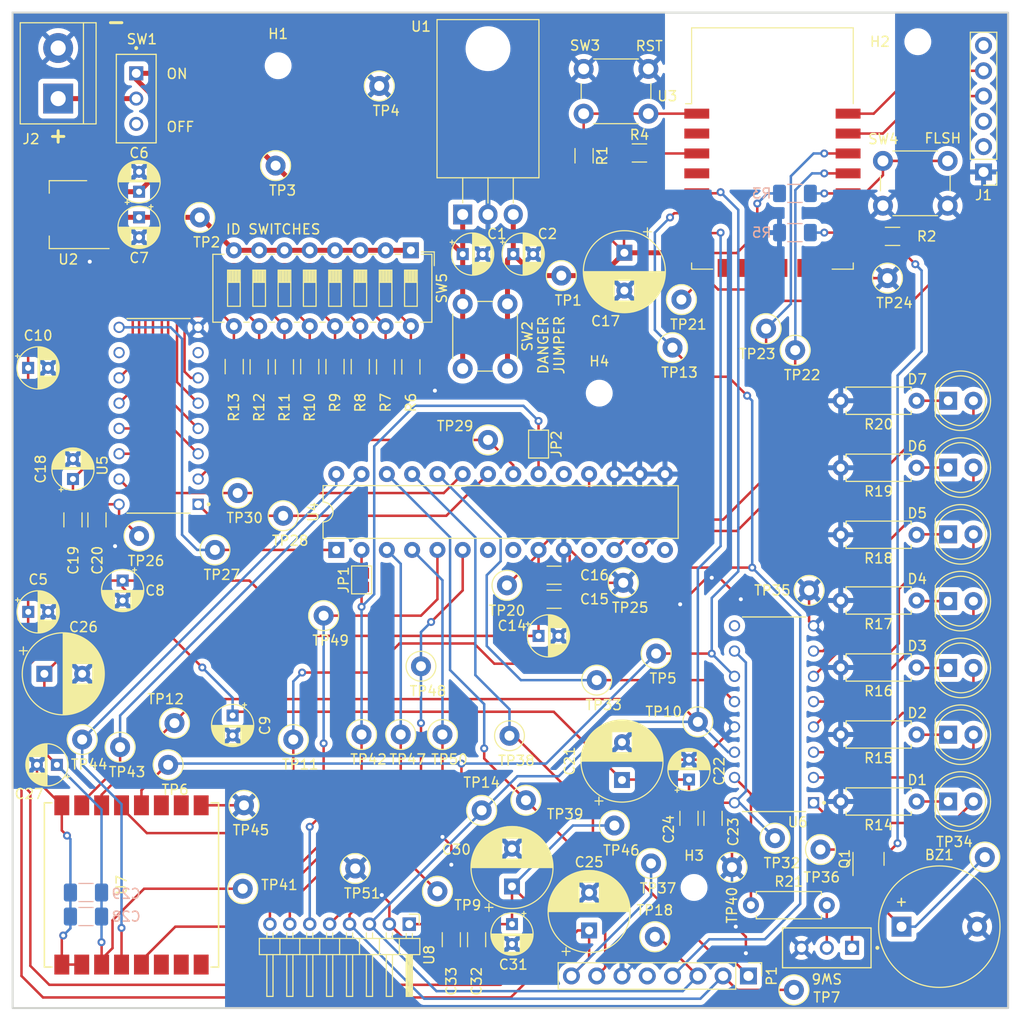
<source format=kicad_pcb>
(kicad_pcb (version 20221018) (generator pcbnew)
  (title_block (title "B1") (date "2024-02-20") (rev "1") (company "shawnd.xyz") (comment 3 "scanning as well as radio communications and outputs/displays.") (comment 4 "A B1 (Badger One) unit is the core hardware node of the Badger system. It handles card"))
  (layers (0 "F.Cu" signal) (31 "B.Cu" signal) (34 "B.Paste" user) (35 "F.Paste" user) (36 "B.SilkS" user "B.Silkscreen") (37 "F.SilkS" user "F.Silkscreen") (38 "B.Mask" user) (39 "F.Mask" user) (44 "Edge.Cuts" user))
  (net 0 "")
  (net 1 "Net-(BZ1-+)")
  (net 2 "GND")
  (net 3 "/VRAW")
  (net 4 "/5V")
  (net 5 "/3V3")
  (net 6 "Net-(D1-K)")
  (net 7 "Net-(D1-A)")
  (net 8 "Net-(D2-K)")
  (net 9 "Net-(D2-A)")
  (net 10 "Net-(D3-K)")
  (net 11 "Net-(D3-A)")
  (net 12 "Net-(D4-K)")
  (net 13 "Net-(D4-A)")
  (net 14 "Net-(D5-K)")
  (net 15 "Net-(D5-A)")
  (net 16 "Net-(D6-K)")
  (net 17 "Net-(D6-A)")
  (net 18 "Net-(D7-K)")
  (net 19 "Net-(D7-A)")
  (net 22 "Net-(J1-TX)")
  (net 23 "Net-(J1-RX)")
  (net 25 "/LoRa/DIO0")
  (net 26 "/Wi-Fi and MCU/GPB1")
  (net 27 "/Wi-Fi and MCU/INTA")
  (net 28 "/Scanner/~{SS}")
  (net 29 "/SCLK")
  (net 30 "/MOSI")
  (net 31 "/MISO")
  (net 33 "/Scanner/RST")
  (net 34 "Net-(Q1-B)")
  (net 35 "/Status Block/BUZZ")
  (net 36 "Net-(U3-~{RST})")
  (net 37 "/Wi-Fi and MCU/GPIO0")
  (net 38 "Net-(U3-EN)")
  (net 39 "/Wi-Fi and MCU/GPIO15")
  (net 40 "Net-(U5-D0)")
  (net 41 "Net-(U5-D1)")
  (net 42 "Net-(U5-D2)")
  (net 43 "Net-(U5-D3)")
  (net 44 "Net-(U5-D4)")
  (net 45 "Net-(U5-D5)")
  (net 46 "Net-(U5-D6)")
  (net 47 "Net-(U5-D7)")
  (net 48 "Net-(U6-QA)")
  (net 49 "Net-(SW6-B)")
  (net 51 "Net-(U3-GPIO4)")
  (net 52 "Net-(U3-GPIO5)")
  (net 53 "/BID Register/Q7")
  (net 54 "/BID Register/~{PL}")
  (net 55 "/BID Register/CP")
  (net 56 "/BID Register/~{CE}")
  (net 57 "/Status Block/RCLK")
  (net 58 "/LoRa/~{NSS}")
  (net 59 "/LoRa/~{RESET}")
  (net 60 "/E-Paper/BUSY")
  (net 61 "/E-Paper/~{RST}")
  (net 62 "/E-Paper/DC")
  (net 63 "/E-Paper/~{CS}")
  (net 65 "/Wi-Fi and MCU/GPIO16")
  (net 72 "/Wi-Fi and MCU/GPB6")
  (net 73 "/Wi-Fi and MCU/GPB7")
  (net 76 "/Wi-Fi and MCU/INTB")
  (net 85 "Net-(J2-Pin_1)")
  (footprint "Capacitor_SMD:C_1206_3216Metric_Pad1.33x1.80mm_HandSolder" (layer "F.Cu") (at 149.6445 99.695)
    (fp_text reference "C16")
    (fp_text value "0.1u")
  )
  (footprint "TestPoint:TestPoint_Loop_D2.50mm_Drill1.0mm" (layer "F.Cu") (at 146.812 122.301)
    (fp_text reference "TP39")
    (fp_text value "TestPoint")
  )
  (footprint "Capacitor_THT:CP_Radial_D8.0mm_P3.80mm" (layer "F.Cu") (at 153.162 135.382 90)
    (fp_text reference "C25")
    (fp_text value "1m")
  )
  (footprint "TestPoint:TestPoint_Loop_D2.50mm_Drill1.0mm" (layer "F.Cu") (at 159.385 128.651)
    (fp_text reference "TP37")
    (fp_text value "TestPoint")
  )
  (footprint "Resistor_THT:R_Axial_DIN0207_L6.3mm_D2.5mm_P7.62mm_Horizontal" (layer "F.Cu") (at 186.055 102.235 180)
    (fp_text reference "R17")
    (fp_text value "360")
  )
  (footprint "Resistor_THT:R_Axial_DIN0207_L6.3mm_D2.5mm_P7.62mm_Horizontal" (layer "F.Cu") (at 169.418 132.842)
    (fp_text reference "R21")
    (fp_text value "47")
  )
  (footprint "TestPoint:TestPoint_Loop_D2.50mm_Drill1.0mm" (layer "F.Cu") (at 170.942 74.93)
    (fp_text reference "TP23")
    (fp_text value "TestPoint")
  )
  (footprint "TestPoint:TestPoint_Loop_D2.50mm_Drill1.0mm" (layer "F.Cu") (at 134.239 115.697)
    (fp_text reference "TP47")
    (fp_text value "TestPoint")
  )
  (footprint "TerminalBlock:TerminalBlock_bornier-2_P5.08mm" (layer "F.Cu") (at 99.822 51.816 90)
    (fp_text reference "J2")
    (fp_text value "POWER")
  )
  (footprint "Package_TO_SOT_SMD:SOT-223-3_TabPin2" (layer "F.Cu") (at 100.838 63.4706 180)
    (fp_text reference "U2")
    (fp_text value "AMS1117-3.3")
  )
  (footprint "TestPoint:TestPoint_Loop_D2.50mm_Drill1.0mm" (layer "F.Cu") (at 114.046 63.754)
    (fp_text reference "TP2")
    (fp_text value "TestPoint")
  )
  (footprint "TestPoint:TestPoint_Loop_D2.50mm_Drill1.0mm" (layer "F.Cu") (at 153.924 110.236)
    (fp_text reference "TP33")
    (fp_text value "TestPoint")
  )
  (footprint "TestPoint:TestPoint_Loop_D2.50mm_Drill1.0mm" (layer "F.Cu") (at 171.831 126.111)
    (fp_text reference "TP32")
    (fp_text value "TestPoint")
  )
  (footprint "TestPoint:TestPoint_Loop_D2.50mm_Drill1.0mm" (layer "F.Cu") (at 123.444 116.205)
    (fp_text reference "TP11")
    (fp_text value "TestPoint")
  )
  (footprint "TestPoint:TestPoint_Loop_D2.50mm_Drill1.0mm" (layer "F.Cu") (at 106.045 116.967)
    (fp_text reference "TP43")
    (fp_text value "TestPoint")
  )
  (footprint "SN74HC595N:DIP794W45P254L1969H508Q16" (layer "F.Cu") (at 109.9115 83.683 180)
    (fp_text reference "U5")
    (fp_text value "74HC165")
  )
  (footprint "Capacitor_THT:CP_Radial_D4.0mm_P2.00mm" (layer "F.Cu") (at 96.817401 103.378)
    (fp_text reference "C5")
    (fp_text value "C")
  )
  (footprint "TestPoint:TestPoint_Loop_D2.50mm_Drill1.0mm" (layer "F.Cu") (at 130.302 115.697)
    (fp_text reference "TP42")
    (fp_text value "TestPoint")
  )
  (footprint "TestPoint:TestPoint_Loop_D2.50mm_Drill1.0mm" (layer "F.Cu") (at 132.08 50.546)
    (fp_text reference "TP4")
    (fp_text value "TestPoint")
  )
  (footprint "Jumper:SolderJumper-2_P1.3mm_Open_TrianglePad1.0x1.5mm" (layer "F.Cu") (at 130.302 100.166 90)
    (fp_text reference "JP1")
    (fp_text value "SolderJumper_2_Open")
  )
  (footprint "Capacitor_THT:CP_Radial_D4.0mm_P2.00mm" (layer "F.Cu") (at 145.415 134.747 -90)
    (fp_text reference "C31")
    (fp_text value "10u")
  )
  (footprint "Resistor_THT:R_Axial_DIN0207_L6.3mm_D2.5mm_P7.62mm_Horizontal" (layer "F.Cu") (at 186.055 95.631 180)
    (fp_text reference "R18")
    (fp_text value "360")
  )
  (footprint "Capacitor_THT:CP_Radial_D4.0mm_P2.00mm" (layer "F.Cu") (at 106.299 100.235 -90)
    (fp_text reference "C8")
    (fp_text value "C")
  )
  (footprint "TestPoint:TestPoint_Loop_D2.50mm_Drill1.0mm" (layer "F.Cu") (at 173.736 141.351)
    (fp_text reference "TP7")
    (fp_text value "TestPoint")
  )
  (footprint "Button_Switch_THT:SW_PUSH_6mm_H4.3mm" (layer "F.Cu") (at 152.615 48.833)
    (fp_text reference "SW3")
    (fp_text value "RESET")
  )
  (footprint "TestPoint:TestPoint_Loop_D2.50mm_Drill1.0mm" (layer "F.Cu") (at 117.856 91.44)
    (fp_text reference "TP30")
    (fp_text value "TestPoint")
  )
  (footprint "Resistor_THT:R_Axial_DIN0207_L6.3mm_D2.5mm_P7.62mm_Horizontal" (layer "F.Cu") (at 186.055 122.428 180)
    (fp_text reference "R14")
    (fp_text value "360")
  )
  (footprint "Connector_PinHeader_2.54mm:PinHeader_1x08_P2.54mm_Vertical" (layer "F.Cu") (at 169.164 139.954 -90)
    (fp_text reference "P1")
    (fp_text value "RFID-RC522")
  )
  (footprint "TestPoint:TestPoint_Loop_D2.50mm_Drill1.0mm" (layer "F.Cu") (at 183.134 69.85)
    (fp_text reference "TP24")
    (fp_text value "TestPoint")
  )
  (footprint "TestPoint:TestPoint_Loop_D2.50mm_Drill1.0mm" (layer "F.Cu") (at 115.57 97.155)
    (fp_text reference "TP27")
    (fp_text value "TestPoint")
  )
  (footprint "TestPoint:TestPoint_Loop_D2.50mm_Drill1.0mm" (layer "F.Cu") (at 138.43 115.697)
    (fp_text reference "TP50")
    (fp_text value "TestPoint")
  )
  (footprint "Resistor_SMD:R_1206_3216Metric_Pad1.30x1.75mm_HandSolder" (layer "F.Cu") (at 132.715 78.766 -90)
    (fp_text reference "R7")
    (fp_text value "10k")
  )
  (footprint "Connector_PinHeader_2.54mm:PinHeader_1x06_P2.54mm_Vertical" (layer "F.Cu") (at 192.786 59.182 180)
    (fp_text reference "J1")
    (fp_text value "SERIAL")
  )
  (footprint "TestPoint:TestPoint_Loop_D2.50mm_Drill1.0mm" (layer "F.Cu") (at 176.403 127.254)
    (fp_text reference "TP36")
    (fp_text value "TestPoint")
  )
  (footprint "TestPoint:TestPoint_Loop_D2.50mm_Drill1.0mm" (layer "F.Cu") (at 111.506 114.554)
    (fp_text reference "TP12")
    (fp_text value "TestPoint")
  )
  (footprint "LED_THT:LED_D5.0mm" (layer "F.Cu") (at 189.23 88.878833)
    (fp_text reference "D6")
    (fp_text value "RED")
  )
  (footprint "TestPoint:TestPoint_Loop_D2.50mm_Drill1.0mm" (layer "F.Cu") (at 167.513 129.032)
    (fp_text reference "TP40")
    (fp_text value "TestPoint")
  )
  (footprint "TestPoint:TestPoint_Loop_D2.50mm_Drill1.0mm" (layer "F.Cu") (at 126.492 103.759)
    (fp_text reference "TP49")
    (fp_text value "TestPoint")
  )
  (footprint "Jumper:SolderJumper-2_P1.3mm_Open_TrianglePad1.0x1.5mm" (layer "F.Cu") (at 148.082 86.524 -90)
    (fp_text reference "JP2")
    (fp_text value "SolderJumper_2_Open")
  )
  (footprint "Resistor_SMD:R_1206_3216Metric_Pad1.30x1.75mm_HandSolder" (layer "F.Cu") (at 183.642 65.659)
    (fp_text reference "R2")
    (fp_text value "10k")
  )
  (footprint "TestPoint:TestPoint_Loop_D2.50mm_Drill1.0mm" (layer "F.Cu") (at 144.907 100.711)
    (fp_text reference "TP20")
    (fp_text value "TestPoint")
  )
  (footprint "Resistor_THT:R_Axial_DIN0207_L6.3mm_D2.5mm_P7.62mm_Horizontal" (layer "F.Cu") (at 186.055 82.169 180)
    (fp_text reference "R20")
    (fp_text value "360")
  )
  (footprint "TestPoint:TestPoint_Loop_D2.50mm_Drill1.0mm" (layer "F.Cu") (at 150.368 69.596)
    (fp_text reference "TP1")
    (fp_text value "TestPoint")
  )
  (footprint "Capacitor_SMD:C_1206_3216Metric_Pad1.33x1.80mm_HandSolder" (layer "F.Cu") (at 165.608 124.1175 -90)
    (fp_text reference "C23")
    (fp_text value "1u")
  )
  (footprint "Capacitor_THT:CP_Radial_D4.0mm_P2.00mm" (layer "F.Cu") (at 163.195 120.2256 90)
    (fp_text reference "C22")
    (fp_text value "10u")
  )
  (footprint "MountingHole:MountingHole_2.2mm_M2" (layer "F.Cu") (at 163.703 131.064)
    (fp_text reference "H3")
    (fp_text value "MountingHole")
  )
  (footprint "Resistor_SMD:R_1206_3216Metric_Pad1.30x1.75mm_HandSolder" (layer "F.Cu") (at 158.216 57.277)
    (fp_text reference "R4")
    (fp_text value "10k")
  )
  (footprint "RF_Module:ESP-12E" (layer "F.Cu") (at 171.577 56.827)
    (fp_text reference "U3")
    (fp_text value "ESP-12F")
  )
  (footprint "TestPoint:TestPoint_Loop_D2.50mm_Drill1.0mm" (layer "F.Cu") (at 137.922 131.445)
    (fp_text reference "TP9")
    (fp_text value "TestPoint")
  )
  (footprint "Package_DIP:DIP-28_W7.62mm" (layer "F.Cu") (at 127.762 97.155 90)
    (fp_text reference "U4")
    (fp_text value "MCP23017_SP")
  )
  (footprint "Capacitor_THT:CP_Radial_D4.0mm_P2.00mm" (layer "F.Cu") (at 96.806 78.867)
    (fp_text reference "C10")
    (fp_text value "C")
  )
  (footprint "MountingHole:MountingHole_2.2mm_M2" (layer "F.Cu") (at 186.182 46.101)
    (fp_text reference "H2")
    (fp_text value "MountingHole")
  )
  (footprint "Capacitor_SMD:C_1206_3216Metric_Pad1.33x1.80mm_HandSolder" (layer "F.Cu") (at 163.195 124.1175 -90)
    (fp_text reference "C24")
    (fp_text value "0.1u")
  )
  (footprint "Capacitor_SMD:C_1206_3216Metric_Pad1.33x1.80mm_HandSolder" (layer "F.Cu") (at 139.319 136.3095 -90)
    (fp_text reference "C33")
    (fp_text value "0.1u")
  )
  (footprint "TestPoint:TestPoint_Loop_D2.50mm_Drill1.0mm" (layer "F.Cu") (at 145.161 115.824)
    (fp_text reference "TP38")
    (fp_text value "TestPoint")
  )
  (footprint "TestPoint:TestPoint_Loop_D2.50mm_Drill1.0mm" (layer "F.Cu") (at 143.002 86.106)
    (fp_text reference "TP29")
    (fp_text value "TestPoint")
  )
  (footprint "Resistor_SMD:R_1206_3216Metric_Pad1.30x1.75mm_HandSolder" (layer "F.Cu") (at 125.095 78.74 -90)
    (fp_text reference "R10")
    (fp_text value "10k")
  )
  (footprint "Package_TO_SOT_SMD:SOT-23" (layer "F.Cu") (at 181.229 128.1915 90)
    (fp_text reference "Q1")
    (fp_text value "MMBT3904")
  )
  (footprint "RF_Module:Ai-Thinker-Ra-01-LoRa" (layer "F.Cu") (at 107.188 130.81 90)
    (fp_text reference "U7")
    (fp_text value "Ai-Thinker-Ra-02")
  )
  (footprint "TestPoint:TestPoint_Loop_D2.50mm_Drill1.0mm" (layer "F.Cu") (at 102.235 116.205)
    (fp_text reference "TP44")
    (fp_text value "TestPoint")
  )
  (footprint "TestPoint:TestPoint_Loop_D2.50mm_Drill1.0mm" (layer "F.Cu") (at 164.084 114.427)
    (fp_text reference "TP10")
    (fp_text value "TestPoint")
  )
  (footprint "TestPoint:TestPoint_Loop_D2.50mm_Drill1.0mm" (layer "F.Cu") (at 192.913 128.016)
    (fp_text reference "TP34")
    (fp_text value "TestPoint")
  )
  (footprint "TestPoint:TestPoint_Loop_D2.50mm_Drill1.0mm" (layer "F.Cu") (at 136.271 108.839)
    (fp_text reference "TP48")
    (fp_text value "TestPoint")
  )
  (footprint "LED_THT:LED_D5.0mm" (layer "F.Cu") (at 189.23 122.428)
    (fp_text reference "D1")
    (fp_text value "WHITE")
  )
  (footprint "TestPoint:TestPoint_Loop_D2.50mm_Drill1.0mm" (layer "F.Cu") (at 107.95 95.758)
    (fp_text reference "TP26")
    (fp_text value "TestPoint")
  )
  (footprint "custom:SW_SPDT" (layer "F.Cu") (at 109.474 51.816 -90)
    (fp_text reference "SW1")
    (fp_text value "PWR_SW")
  )
  (footprint "Resistor_SMD:R_1206_3216Metric_Pad1.30x1.75mm_HandSolder" (layer "F.Cu") (at 130.175 78.74 -90)
    (fp_text reference "R8")
    (fp_text value "10k")
  )
  (footprint "MountingHole:MountingHole_2.2mm_M2" (layer "F.Cu") (at 154.178 81.407)
    (fp_text reference "H4")
    (fp_text value "MountingHole")
  )
  (footprint "LED_THT:LED_D5.0mm" (layer "F.Cu") (at 189.23 115.718165)
    (fp_text reference "D2")
    (fp_text value "YELLOW")
  )
  (footprint "Capacitor_THT:CP_Radial_D4.0mm_P2.00mm" (layer "F.Cu") (at 107.95 61.1706 90)
    (fp_text reference "C6")
    (fp_text value "10u")
  )
  (footprint "TestPoint:TestPoint_Loop_D2.50mm_Drill1.0mm" (layer "F.Cu") (at 118.364 131.191)
    (fp_text reference "TP41")
    (fp_text value "TestPoint")
  )
  (footprint "Capacitor_SMD:C_1206_3216Metric_Pad1.33x1.80mm_HandSolder" (layer "F.Cu") (at 149.6445 102.108)
    (fp_text reference "C15")
    (fp_text value "1u")
  )
  (footprint "Capacitor_SMD:C_1206_3216Metric_Pad1.33x1.80mm_HandSolder" (layer "F.Cu") (at 141.859 136.3095 -90)
    (fp_text reference "C32")
    (fp_text value "1u")
  )
  (footprint "Capacitor_THT:CP_Radial_D8.0mm_P3.80mm" (layer "F.Cu") (at 145.415 130.961651 90)
    (fp_text reference "C30")
    (fp_text value "470u")
  )
  (footprint "LED_THT:LED_D5.0mm" (layer "F.Cu") (at 189.23 95.588666)
    (fp_text reference "D5")
    (fp_text value "BLUE")
  )
  (footprint "TestPoint:TestPoint_Loop_D2.50mm_Drill1.0mm" (layer "F.Cu") (at 156.591 100.457)
    (fp_text reference "TP25")
    (fp_text value "TestPoint")
  )
  (footprint "Resistor_THT:R_Axial_DIN0207_L6.3mm_D2.5mm_P7.62mm_Horizontal" (layer "F.Cu") (at 186.055 108.966 180)
    (fp_text reference "R16")
    (fp_text value "360")
  )
  (footprint "Capacitor_THT:CP_Radial_D4.0mm_P2.00mm" (layer "F.Cu") (at 101.3085 90.033 90)
    (fp_text reference "C18")
    (fp_text value "10u")
  )
  (footprint "Capacitor_THT:CP_Radial_D4.0mm_P2.00mm" (layer "F.Cu") (at 117.348 113.792 -90)
    (fp_text reference "C9")
    (fp_text value "C")
  )
  (footprint "Buzzer_Beeper:Buzzer_12x9.5RM7.6" (layer "F.Cu") (at 184.541 135.001)
    (fp_text reference "BZ1")
    (fp_text value "Buzzer")
  )
  (footprint "TestPoint:TestPoint_Loop_D2.50mm_Drill1.0mm" (layer "F.Cu") (at 122.428 93.726)
    (fp_text reference "TP28")
    (fp_text value "TestPoint")
  )
  (footprint "Package_TO_SOT_THT:TO-220-3_Horizontal_TabDown" (layer "F.Cu") (at 140.462 63.459)
    (fp_text reference "U1")
    (fp_text value "L7805")
  )
  (footprint "TestPoint:TestPoint_Loop_D2.50mm_Drill1.0mm" (layer "F.Cu") (at 155.702 124.841)
    (fp_text reference "TP46")
    (fp_text value "TestPoint")
  )
  (footprint "Capacitor_THT:CP_Radial_D4.0mm_P2.00mm" (layer "F.Cu") (at 148.082 105.791)
    (fp_text reference "C14")
    (fp_text value "10u")
  )
  (footprint "Capacitor_THT:CP_Radial_D8.0mm_P3.80mm" (layer "F.Cu") (at 156.702 67.303 -90)
    (fp_text reference "C17")
    (fp_text value "1m")
  )
  (footprint "TestPoint:TestPoint_Loop_D2.50mm_Drill1.0mm" (layer "F.Cu") (at 175.26 101.219)
    (fp_text reference "TP35")
    (fp_text value "TestPoint")
  )
  (footprint "Resistor_SMD:R_1206_3216Metric_Pad1.30x1.75mm_HandSolder" (layer "F.Cu") (at 152.654 57.557 -90)
    (fp_text reference "R1")
    (fp_text value "10k")
  )
  (footprint "Capacitor_THT:CP_Radial_D8.0mm_P3.80mm" (layer "F.Cu") (at 98.435 109.601)
    (fp_text reference "C26")
    (fp_text value "1m")
  )
  (footprint "TestPoint:TestPoint_Loop_D2.50mm_Drill1.0mm" (layer "F.Cu") (at 121.666 58.547)
    (fp_text reference "TP3")
    (fp_text value "TestPoint")
  )
  (footprint "SN74HC595N:DIP794W45P254L1969H508Q16" (layer "F.Cu") (at 171.737 113.665 180)
    (fp_text reference "U6")
    (fp_text value "74HC595")
  )
  (footprint "TestPoint:TestPoint_Loop_D2.50mm_Drill1.0mm" (layer "F.Cu") (at 173.863 77.089)
    (fp_text reference "TP22")
    (fp_text value "TestPoint")
  )
  (footprint "MountingHole:MountingHole_2.2mm_M2" (layer "F.Cu") (at 121.92 48.514)
    (fp_text reference "H1")
    (fp_text value "MountingHole")
  )
  (footprint "Capacitor_THT:CP_Radial_D8.0mm_P3.80mm" (layer "F.Cu") (at 156.464 120.269 90)
    (fp_text reference "C21")
    (fp_text value "470u")
  )
  (footprint "custom:SW_SPDT" (layer "F.Cu") (at 177.038 138.938 180)
    (fp_text reference "SW6")
    (fp_text value "SW_SPDT")
  )
  (footprint "Capacitor_THT:CP_Radial_D4.0mm_P2.00mm" (layer "F.Cu") (at 145.542 67.437)
    (fp_text reference "C2")
    (fp_text value "10u")
  )
  (footprint "Connector_PinHeader_2.00mm:PinHeader_1x08_P2.00mm_Horizontal" (layer "F.Cu") (at 135.095 134.747 -90)
    (fp_text reference "U8")
    (fp_text value "Display")
  )
  (footprint "LED_THT:LED_D5.0mm" (layer "F.Cu") (at 189.23 82.169)
    (fp_text reference "D7")
    (fp_text value "YELLOW")
  )
  (footprint "Capacitor_SMD:C_1206_3216Metric_Pad1.33x1.80mm_HandSolder" (layer "F.Cu") (at 101.3085 94.1355 -90)
    (fp_text reference "C19")
    (fp_text value "1u")
  )
  (footprint "Button_Switch_THT:SW_DIP_SPSTx08_Slide_6.7x21.88mm_W7.62mm_P2.54mm_LowProfile" (layer "F.Cu") (at 135.255 67.056 -90)
    (fp_text reference "SW5")
    (fp_text value "SW_DIP_x08")
  )
  (footprint "TestPoint:TestPoint_Loop_D2.50mm_Drill1.0mm" (layer "F.Cu") (at 118.491 122.809)
    (fp_text reference "TP45")
    (fp_text value "TestPoint")
  )
  (footprint "TestPoint:TestPoint_Loop_D2.50mm_Drill1.0mm" (layer "F.Cu") (at 129.667 129.159)
    (fp_text reference "TP51")
    (fp_text value "TestPoint")
  )
  (footprint "TestPoint:TestPoint_Loop_D2.50mm_Drill1.0mm" (layer "F.Cu") (at 110.871 118.745)
    (fp_text reference "TP6")
    (fp_text value "TestPoint")
  )
  (footprint "Resistor_THT:R_Axial_DIN0207_L6.3mm_D2.5mm_P7.62mm_Horizontal" (layer "F.Cu") (at 186.055 88.9 180)
    (fp_text reference "R19")
    (fp_text value "360")
  )
  (footprint "Capacitor_THT:CP_Radial_D4.0mm_P2.00mm" (layer "F.Cu") (at 107.95 63.7426 -90)
    (fp_text reference "C7")
    (fp_text value "10u")
  )
  (footprint "TestPoint:TestPoint_Loop_D2.50mm_Drill1.0mm" (layer "F.Cu") (at 162.433 72.009)
    (fp_text reference "TP21")
    (fp_text value "TestPoint")
  )
  (footprint "Resistor_SMD:R_1206_3216Metric_Pad1.30x1.75mm_HandSolder" (layer "F.Cu") (at 122.555 78.766 -90)
    (fp_text reference "R11")
    (fp_text value "10k")
  )
  (footprint "Capacitor_THT:CP_Radial_D4.0mm_P2.00mm" (layer "F.Cu") (at 140.462 67.437)
    (fp_text reference "C1")
    (fp_text value "10u")
  )
  (footprint "TestPoint:TestPoint_Loop_D2.50mm_Drill1.0mm" (layer "F.Cu") (at 159.766 136.017)
    (fp_text reference "TP18")
    (fp_text value "TestPoint")
  )
  (footprint "TestPoint:TestPoint_Loop_D2.50mm_Drill1.0mm" (layer "F.Cu") (at 159.893 107.569)
    (fp_text reference "TP5")
    (fp_text value "TestPoint")
  )
  (footprint "Resistor_THT:R_Axial_DIN0207_L6.3mm_D2.5mm_P7.62mm_Horizontal" (layer "F.Cu") (at 186.055 115.697 180)
    (fp_text reference "R15")
    (fp_text value "360")
  )
  (footprint "Capacitor_THT:CP_Radial_D4.0mm_P2.00mm" (layer "F.Cu") (at 99.695 118.745 180)
    (fp_text reference "C27")
    (fp_text value "10u")
  )
  (footprint "Resistor_SMD:R_1206_3216Metric_Pad1.30x1.75mm_HandSolder" (layer "F.Cu") (at 117.511 78.74 -90)
    (fp_text reference "R13")
    (fp_text value "10k")
  )
  (footprint "Button_Switch_THT:SW_PUSH_6mm_H4.3mm" (layer "F.Cu") (at 144.962 72.442 -90)
    (fp_text reference "SW2")
    (fp_text value "JUMP")
  )
  (footprint "LED_THT:LED_D5.0mm" (layer "F.Cu") (at 189.23 102.298499)
    (fp_text reference "D4")
    (fp_text value "RED")
  )
  (footprint "Resistor_SMD:R_1206_3216Metric_Pad1.30x1.75mm_HandSolder" (layer "F.Cu") (at 135.255 78.766 -90)
    (fp_text reference "R6")
    (fp_text value "10k")
  )
  (footprint "TestPoint:TestPoint_Loop_D2.50mm_Drill1.0mm" (layer "F.Cu") (at 161.544 76.835)
    (fp_text reference "TP13")
    (fp_text value "TestPoint")
  )
  (footprint "LED_THT:LED_D5.0mm" (layer "F.Cu") (at 189.23 109.008332)
    (fp_text reference "D3")
    (fp_text value "GREEN")
  )
  (footprint "Capacitor_SMD:C_1206_3216Metric_Pad1.33x1.80mm_HandSolder" (layer "F.Cu") (at 103.7215 94.1355 -90)
    (fp_text reference "C20")
    (fp_text value "0.1u")
  )
  (footprint "Resistor_SMD:R_1206_3216Metric_Pad1.30x1.75mm_HandSolder" (layer "F.Cu") (at 127.635 78.74 -90)
    (fp_text reference "R9")
    (fp_text value "10k")
  )
  (footprint "Button_Switch_THT:SW_PUSH_6mm_H4.3mm" (layer "F.Cu") (at 189.178 62.575 180)
    (fp_text reference "SW4")
    (fp_text value "FLASH")
  )
  (footprint "Resistor_SMD:R_1206_3216Metric_Pad1.30x1.75mm_HandSolder" (layer "F.Cu") (at 120.015 78.766 -90)
    (fp_text reference "R12")
    (fp_text value "10k")
  )
  (footprint "TestPoint:TestPoint_Loop_D2.50mm_Drill1.0mm" (layer "F.Cu") (at 142.367 123.317)
    (fp_text reference "TP14")
    (fp_text value "TestPoint")
  )
  (footprint "Resistor_SMD:R_1206_3216Metric_Pad1.30x1.75mm_HandSolder" (layer "B.Cu") (at 173.837 65.278 180)
    (fp_text reference "R5")
    (fp_text value "10k")
  )
  (footprint "Capacitor_SMD:C_1206_3216Metric_Pad1.33x1.80mm_HandSolder" (layer "B.Cu") (at 102.616 131.572 180)
    (fp_text reference "C29")
    (fp_text value "0.1u")
  )
  (footprint "Capacitor_SMD:C_1206_3216Metric_Pad1.33x1.80mm_HandSolder" (layer "B.Cu") (at 102.616 133.985 180)
    (fp_text reference "C28")
    (fp_text value "1u")
  )
  (footprint "Resistor_SMD:R_1206_3216Metric_Pad1.30x1.75mm_HandSolder" (layer "B.Cu") (at 173.837 61.341)
    (fp_text reference "R3")
    (fp_text value "10k")
  )
  (gr_rect (start 95.25 43.18) (end 195.25 143.18) (stroke (width 0.2)) (fill none) (layer "Edge.Cuts"))
  (gr_text "+" (at 99.822 56.388) (layer "F.SilkS") (effects (font (size 1.5 1.5) (thickness 0.3) bold) (justify bottom)))
  (gr_text "DANGER\nJUMPER" (at 150.749 76.581 90) (layer "F.SilkS") (effects (font (size 1 1)) (justify bottom)))
  (gr_text "OFF" (at 110.617 55.245) (layer "F.SilkS") (effects (font (size 1 1)) (justify left bottom)))
  (gr_text "RST" (at 160.655 47.117) (layer "F.SilkS") (effects (font (size 1 1)) (justify right bottom)))
  (gr_text "ID SWITCHES" (at 116.586 65.532) (layer "F.SilkS") (effects (font (size 1 1)) (justify left bottom)))
  (gr_text "-" (at 104.521 44.958) (layer "F.SilkS") (effects (font (size 1.5 1.5) (thickness 0.3) bold) (justify left bottom)))
  (gr_text "ON" (at 110.617 49.911) (layer "F.SilkS") (effects (font (size 1 1)) (justify left bottom)))
  (gr_text "FLSH" (at 190.627 56.388) (layer "F.SilkS") (effects (font (size 1 1)) (justify right bottom)))
  (segment (start 182.179 132.639) (end 184.541 135.001) (width 0.25) (layer "F.Cu") (net 1))
  (segment (start 182.179 129.129) (end 182.179 132.639) (width 0.25) (layer "F.Cu") (net 1))
  (segment (start 185.928 135.001) (end 184.541 135.001) (width 0.25) (layer "B.Cu") (net 1))
  (segment (start 192.913 128.016) (end 185.928 135.001) (width 0.25) (layer "B.Cu") (net 1))
  (segment (start 104.461 95.698) (end 105.537 96.774) (width 0.25) (layer "F.Cu") (net 2))
  (segment (start 102.188 138.81) (end 100.188 138.81) (width 0.25) (layer "F.Cu") (net 2))
  (segment (start 136.22 137.872) (end 133.095 134.747) (width 0.25) (layer "F.Cu") (net 2))
  (segment (start 183.134 69.85) (end 181.7 69.85) (width 0.25) (layer "F.Cu") (net 2))
  (segment (start 103.988 67.208) (end 102.997 68.199) (width 0.25) (layer "F.Cu") (net 2))
  (segment (start 100.188 125.334) (end 100.711 125.857) (width 0.25) (layer "F.Cu") (net 2))
  (segment (start 139.319 126.873) (end 139.319 128.778) (width 0.25) (layer "F.Cu") (net 2))
  (segment (start 163.195 118.2256) (end 158.2206 118.2256) (width 0.25) (layer "F.Cu") (net 2))
  (segment (start 168.91 136.017) (end 168.91 137.668) (width 0.25) (layer "F.Cu") (net 2))
  (segment (start 138.43 125.984) (end 139.319 126.873) (width 0.25) (layer "F.Cu") (net 2))
  (segment (start 114.189 122.809) (end 114.188 122.81) (width 0.25) (layer "F.Cu") (net 2))
  (segment (start 151.207 102.108) (end 151.207 104.666) (width 0.25) (layer "F.Cu") (net 2))
  (segment (start 97.695 120.317) (end 100.188 122.81) (width 0.25) (layer "F.Cu") (net 2))
  (segment (start 164.973 99.949) (end 165.481 99.949) (width 0.25) (layer "F.Cu") (net 2))
  (segment (start 135.255 80.316) (end 136.831 80.316) (width 0.25) (layer "F.Cu") (net 2))
  (segment (start 181.7 69.85) (end 179.177 67.327) (width 0.25) (layer "F.Cu") (net 2))
  (segment (start 150.622 97.155) (end 151.257 97.155) (width 0.25) (layer "F.Cu") (net 2))
  (segment (start 151.207 97.74) (end 150.622 97.155) (width 0.25) (layer "F.Cu") (net 2))
  (segment (start 167.513 127.585) (end 165.608 125.68) (width 0.25) (layer "F.Cu") (net 2))
  (segment (start 100.33 135.89) (end 100.188 136.032) (width 0.25) (layer "F.Cu") (net 2))
  (segment (start 166.243 99.949) (end 165.481 99.949) (width 0.25) (layer "F.Cu") (net 2))
  (segment (start 133.095 134.747) (end 133.095 132.587) (width 0.25) (layer "F.Cu") (net 2))
  (segment (start 144.29 137.872) (end 145.415 136.747) (width 0.25) (layer "F.Cu") (net 2))
  (segment (start 118.491 122.809) (end 114.189 122.809) (width 0.25) (layer "F.Cu") (net 2))
  (segment (start 163.195 125.68) (end 165.608 125.68) (width 0.25) (layer "F.Cu") (net 2))
  (segment (start 154.559 100.457) (end 156.591 100.457) (width 0.25) (layer "F.Cu") (net 2))
  (segment (start 167.894 135.001) (end 168.91 136.017) (width 0.25) (layer "F.Cu") (net 2))
  (segment (start 101.3085 95.698) (end 103.7215 95.698) (width 0.25) (layer "F.Cu") (net 2))
  (segment (start 136.831 80.316) (end 137.668 81.153) (width 0.25) (layer "F.Cu") (net 2))
  (segment (start 168.402 102.108) (end 166.243 99.949) (width 0.25) (layer "F.Cu") (net 2))
  (segment (start 117.511 80.29) (end 135.229 80.29) (width 0.25) (layer "F.Cu") (net 2))
  (segment (start 97.695 118.745) (end 97.695 120.317) (width 0.25) (layer "F.Cu") (net 2))
  (segment (start 100.188 136.032) (end 100.188 138.81) (width 0.25) (layer "F.Cu") (net 2))
  (segment (start 151.257 97.155) (end 154.559 100.457) (width 0.25) (layer "F.Cu") (net 2))
  (segment (start 162.306 102.616) (end 164.973 99.949) (width 0.25) (layer "F.Cu") (net 2))
  (segment (start 151.207 102.108) (end 151.207 97.74) (width 0.25) (layer "F.Cu") (net 2))
  (segment (start 175.26 104.328) (end 175.707 104.775) (width 0.25) (layer "F.Cu") (net 2))
  (segment (start 100.188 122.81) (end 100.188 125.334) (width 0.25) (layer "F.Cu") (net 2))
  (segment (start 175.26 101.219) (end 175.26 104.328) (width 0.25) (layer "F.Cu") (net 2))
  (segment (start 133.095 132.587) (end 132.334 131.826) (width 0.25) (layer "F.Cu") (net 2))
  (segment (start 164.4764 118.2256) (end 167.767 114.935) (width 0.25) (layer "F.Cu") (net 2))
  (segment (start 167.513 129.032) (end 167.513 127.585) (width 0.25) (layer "F.Cu") (net 2))
  (segment (start 141.859 137.872) (end 144.29 137.872) (width 0.25) (layer "F.Cu") (net 2))
  (segment (start 158.2206 118.2256) (end 156.464 116.469) (width 0.25) (layer "F.Cu") (net 2))
  (segment (start 139.319 137.872) (end 136.22 137.872) (width 0.25) (layer "F.Cu") (net 2))
  (segment (start 151.207 104.666) (end 150.082 105.791) (width 0.25) (layer "F.Cu") (net 2))
  (segment (start 135.229 80.29) (end 135.255 80.316) (width 0.25) (layer "F.Cu") (net 2))
  (segment (start 163.195 118.2256) (end 164.4764 118.2256) (width 0.25) (layer "F.Cu") (net 2))
  (segment (start 103.7215 95.698) (end 104.461 95.698) (width 0.25) (layer "F.Cu") (net 2))
  (segment (start 103.988 65.7706) (end 103.988 67.208) (width 0.25) (layer "F.Cu") (net 2))
  (segment (start 141.859 137.872) (end 139.319 137.872) (width 0.25) (layer "F.Cu") (net 2))
  (via (at 168.402 102.108) (size 0.8) (drill 0.4) (layers "F.Cu" "B.Cu") (net 2))
  (via (at 102.997 68.199) (size 0.8) (drill 0.4) (layers "F.Cu" "B.Cu") (net 2))
  (via (at 168.91 137.668) (size 0.8) (drill 0.4) (layers "F.Cu" "B.Cu") (net 2))
  (via (at 138.43 125.984) (size 0.8) (drill 0.4) (layers "F.Cu" "B.Cu") (net 2))
  (via (at 165.481 99.949) (size 0.8) (drill 0.4) (layers "F.Cu" "B.Cu") (net 2))
  (via (at 137.668 81.153) (size 0.8) (drill 0.4) (layers "F.Cu" "B.Cu") (net 2))
  (via (at 105.537 96.774) (size 0.8) (drill 0.4) (layers "F.Cu" "B.Cu") (net 2))
  (via (at 167.894 135.001) (size 0.8) (drill 0.4) (layers "F.Cu" "B.Cu") (net 2))
  (via (at 100.711 125.857) (size 0.8) (drill 0.4) (layers "F.Cu" "B.Cu") (net 2))
  (via (at 132.334 131.826) (size 0.8) (drill 0.4) (layers "F.Cu" "B.Cu") (net 2))
  (via (at 139.319 128.778) (size 0.8) (drill 0.4) (layers "F.Cu" "B.Cu") (net 2))
  (via (at 100.33 135.89) (size 0.8) (drill 0.4) (layers "F.Cu" "B.Cu") (net 2))
  (via (at 162.306 102.616) (size 0.8) (drill 0.4) (layers "F.Cu" "B.Cu") (net 2))
  (segment (start 101.0535 135.1665) (end 100.33 135.89) (width 0.25) (layer "B.Cu") (net 2))
  (segment (start 101.0535 133.985) (end 101.0535 131.572) (width 0.25) (layer "B.Cu") (net 2))
  (segment (start 101.0535 133.985) (end 101.0535 135.1665) (width 0.25) (layer "B.Cu") (net 2))
  (segment (start 167.513 131.699) (end 161.544 137.668) (width 0.25) (layer "B.Cu") (net 2))
  (segment (start 129.667 129.159) (end 132.334 131.826) (width 0.25) (layer "B.Cu") (net 2))
  (segment (start 100.711 125.857) (end 101.0535 126.1995) (width 0.25) (layer "B.Cu") (net 2))
  (segment (start 101.0535 126.1995) (end 101.0535 131.572) (width 0.25) (layer "B.Cu") (net 2))
  (segment (start 158.75 137.668) (end 156.464 139.954) (width 0.25) (layer "B.Cu") (net 2))
  (segment (start 161.544 137.668) (end 158.75 137.668) (width 0.25) (layer "B.Cu") (net 2))
  (segment (start 167.513 129.032) (end 167.513 131.699) (width 0.25) (layer "B.Cu") (net 2))
  (segment (start 140.462 72.442) (end 140.462 78.942) (width 0.5) (layer "F.Cu") (net 3))
  (segment (start 110.363 58.7576) (end 107.95 61.1706) (width 0.5) (layer "F.Cu") (net 3))
  (segment (start 140.462 67.437) (end 140.462 63.459) (width 0.5) (layer "F.Cu") (net 3))
  (segment (start 140.462 72.442) (end 140.462 67.437) (width 0.5) (layer "F.Cu") (net 3))
  (segment (start 140.462 63.459) (end 140.421 63.459) (width 0.5) (layer "F.Cu") (net 3))
  (segment (start 137.668 64.643) (end 140.462 67.437) (width 0.5) (layer "F.Cu") (net 3))
  (segment (start 112.395 49.276) (end 127.762 64.643) (width 0.5) (layer "F.Cu") (net 3))
  (segment (start 107.664 49.879) (end 110.363 52.578) (width 0.5) (layer "F.Cu") (net 3))
  (segment (start 107.664 49.276) (end 107.664 49.879) (width 0.5) (layer "F.Cu") (net 3))
  (segment (start 107.664 49.276) (end 112.395 49.276) (width 0.5) (layer "F.Cu") (net 3))
  (segment (start 110.363 52.578) (end 110.363 58.7576) (width 0.5) (layer "F.Cu") (net 3))
  (segment (start 107.95 61.1706) (end 103.988 61.1706) (width 0.5) (layer "F.Cu") (net 3))
  (segment (start 127.762 64.643) (end 137.668 64.643) (width 0.5) (layer "F.Cu") (net 3))
  (segment (start 168.004 67.327) (end 163.977 67.327) (width 0.25) (layer "F.Cu") (net 4))
  (segment (start 170.053 70.993) (end 166.116 70.993) (width 0.25) (layer "F.Cu") (net 4))
  (segment (start 163.953 67.303) (end 163.977 67.327) (width 0.5) (layer "F.Cu") (net 4))
  (segment (start 145.542 67.437) (end 145.542 63.459) (width 0.5) (layer "F.Cu") (net 4))
  (segment (start 144.962 68.017) (end 145.542 67.437) (width 0.5) (layer "F.Cu") (net 4))
  (segment (start 156.666 57.277) (end 156.666 67.267) (width 0.25) (layer "F.Cu") (net 4))
  (segment (start 144.962 78.942) (end 144.962 72.442) (width 0.5) (layer "F.Cu") (net 4))
  (segment (start 145.542 67.437) (end 147.701 69.596) (width 0.5) (layer "F.Cu") (net 4))
  (segment (start 166.116 70.993) (end 164.973 69.85) (width 0.25) (layer "F.Cu") (net 4))
  (segment (start 144.962 72.442) (end 144.962 68.017) (width 0.5) (layer "F.Cu") (net 4))
  (segment (start 170.053 65.278) (end 168.004 67.327) (width 0.25) (layer "F.Cu") (net 4))
  (segment (start 170.053 62.357) (end 170.053 65.278) (width 0.25) (layer "F.Cu") (net 4))
  (segment (start 163.977 70.465) (end 163.977 67.327) (width 0.25) (layer "F.Cu") (net 4))
  (segment (start 185.674 72.136) (end 171.196 72.136) (width 0.25) (layer "F.Cu") (net 4))
  (segment (start 187.706 68.173) (end 187.706 70.104) (width 0.25) (layer "F.Cu") (net 4))
  (segment (start 156.666 67.267) (end 156.702 67.303) (width 0.25) (layer "F.Cu") (net 4))
  (segment (start 152.654 59.107) (end 152.654 63.255) (width 0.25) (layer "F.Cu") (net 4))
  (segment (start 147.701 69.596) (end 150.368 69.596) (width 0.5) (layer "F.Cu") (net 4))
  (segment (start 171.196 72.136) (end 170.053 70.993) (width 0.25) (layer "F.Cu") (net 4))
  (segment (start 164.973 69.85) (end 164.973 68.323) (width 0.25) (layer "F.Cu") (net 4))
  (segment (start 164.973 68.323) (end 163.977 67.327) (width 0.25) (layer "F.Cu") (net 4))
  (segment (start 185.192 65.659) (end 187.706 68.173) (width 0.25) (layer "F.Cu") (net 4))
  (segment (start 162.433 72.009) (end 163.977 70.465) (width 0.25) (layer "F.Cu") (net 4))
  (segment (start 156.702 67.303) (end 163.953 67.303) (width 0.5) (layer "F.Cu") (net 4))
  (segment (start 152.654 63.255) (end 156.702 67.303) (width 0.25) (layer "F.Cu") (net 4))
  (segment (start 154.409 69.596) (end 156.702 67.303) (width 0.5) (layer "F.Cu") (net 4))
  (segment (start 187.706 70.104) (end 185.674 72.136) (width 0.25) (layer "F.Cu") (net 4))
  (segment (start 150.368 69.596) (end 154.409 69.596) (width 0.5) (layer "F.Cu") (net 4))
  (via (at 170.053 62.357) (size 0.8) (drill 0.4) (layers "F.Cu" "B.Cu") (net 4))
  (segment (start 171.069 61.341) (end 170.053 62.357) (width 0.25) (layer "B.Cu") (net 4))
  (segment (start 172.287 61.341) (end 171.069 61.341) (width 0.25) (layer "B.Cu") (net 4))
  (segment (start 98.171 98.679) (end 98.171 83.439) (width 0.25) (layer "F.Cu") (net 5))
  (segment (start 152.019 135.382) (end 145.288 142.113) (width 0.25) (layer "F.Cu") (net 5))
  (segment (start 97.688 65.176) (end 97.688 63.4706) (width 0.25) (layer "F.Cu") (net 5))
  (segment (start 96.647 108.966) (end 100.838 104.775) (width 0.25) (layer "F.Cu") (net 5))
  (segment (start 145.415 130.961651) (end 145.415 134.747) (width 0.25) (layer "F.Cu") (net 5))
  (segment (start 101.3085 92.573) (end 105.9415 92.573) (width 0.25) (layer "F.Cu") (net 5))
  (segment (start 148.209 133.755651) (end 148.209 136.906) (width 0.25) (layer "F.Cu") (net 5))
  (segment (start 96.139 139.954) (end 96.139 107.315) (width 0.25) (layer "F.Cu") (net 5))
  (segment (start 144.272 140.843) (end 98.933 140.843) (width 0.25) (layer "F.Cu") (net 5))
  (segment (start 101.854 65.405) (end 103.7884 63.4706) (width 0.25) (layer "F.Cu") (net 5))
  (segment (start 105.283 137.16) (end 105.283 134.366) (width 0.25) (layer "F.Cu") (net 5))
  (segment (start 98.171 83.439) (end 100.838 80.772) (width 0.25) (layer "F.Cu") (net 5))
  (segment (start 153.162 135.382) (end 153.162 138.176) (width 0.25) (layer "F.Cu") (net 5))
  (segment (start 163.195 122.555) (end 163.195 120.2256) (width 0.25) (layer "F.Cu") (net 5))
  (segment (start 106.299 100.926852) (end 106.299 100.235) (width 0.25) (layer "F.Cu") (net 5))
  (segment (start 108.458 131.191) (end 118.364 131.191) (width 0.25) (layer "F.Cu") (net 5))
  (segment (start 163.195 120.2256) (end 156.5074 120.2256) (width 0.25) (layer "F.Cu") (net 5))
  (segment (start 114.3 108.966) (end 110.998 105.664) (width 0.25) (layer "F.Cu") (net 5))
  (segment (start 107.95 63.7426) (end 104.26 63.7426) (width 0.5) (layer "F.Cu") (net 5))
  (segment (start 153.162 89.535) (end 153.162 92.075) (width 0.25) (layer "F.Cu") (net 5))
  (segment (start 97.409 98.933) (end 97.409 83.312) (width 0.25) (layer "F.Cu") (net 5))
  (segment (start 106.299 100.235) (end 100.659401 100.235) (width 0.25) (layer "F.Cu") (net 5))
  (segment (start 100.659401 100.235) (end 98.679 98.254599) (width 0.25) (layer "F.Cu") (net 5))
  (segment (start 100.33 67.818) (end 97.688 65.176) (width 0.25) (layer "F.Cu") (net 5))
  (segment (start 103.505 69.723) (end 103.505 87.8365) (width 0.25) (layer "F.Cu") (net 5))
  (segment (start 107.95 95.758) (end 105.9415 93.7495) (width 0.25) (layer "F.Cu") (net 5))
  (segment (start 114.046 63.754) (end 114.173 63.754) (width 0.5) (layer "F.Cu") (net 5))
  (segment (start 98.933 140.843) (end 97.028 138.938) (width 0.25) (layer "F.Cu") (net 5))
  (segment (start 105.791 67.437) (end 103.505 69.723) (width 0.25) (layer "F.Cu") (net 5))
  (segment (start 117.729 113.411) (end 149.606 113.411) (width 0.25) (layer "F.Cu") (net 5))
  (segment (start 103.988 63.4706) (end 104.0973 63.4706) (width 0.5) (layer "F.Cu") (net 5))
  (segment (start 153.162 135.382) (end 152.019 135.382) (width 0.25) (layer "F.Cu") (net 5))
  (segment (start 104.188 138.81) (end 104.188 138.255) (width 0.25) (layer "F.Cu") (net 5))
  (segment (start 98.298 142.113) (end 96.139 139.954) (width 0.25) (layer "F.Cu") (net 5))
  (segment (start 96.806 106.648) (end 96.806 78.867) (width 0.25) (layer "F.Cu") (net 5))
  (segment (start 101.854 82.042) (end 101.854 65.405) (width 0.25) (layer "F.Cu") (net 5))
  (segment (start 149.606 113.411) (end 156.464 120.269) (width 0.25) (layer "F.Cu") (net 5))
  (segment (start 156.5074 120.2256) (end 156.464 120.269) (width 0.25) (layer "F.Cu") (net 5))
  (segment (start 114.173 63.754) (end 117.475 67.056) (width 0.5) (layer "F.Cu") (net 5))
  (segment (start 144.907 100.711) (end 148.082 97.536) (width 0.25) (layer "F.Cu") (net 5))
  (segment (start 100.838 104.775) (end 100.838 102.362) (width 0.25) (layer "F.Cu") (net 5))
  (segment (start 107.95 63.7426) (end 114.0346 63.7426) (width 0.5) (layer "F.Cu") (net 5))
  (segment (start 167.767 122.555) (end 163.195 122.555) (width 0.25) (layer "F.Cu") (net 5))
  (segment (start 104.1785 136.5635) (end 104.188 136.573) (width 0.25) (layer "F.Cu") (net 5))
  (segment (start 104.188 138.255) (end 105.283 137.16) (width 0.25) (layer "F.Cu") (net 5))
  (segment (start 101.3085 90.033) (end 101.3085 92.573) (width 0.25) (layer "F.Cu") (net 5))
  (segment (start 98.679 85.217) (end 101.854 82.042) (width 0.25) (layer "F.Cu") (net 5))
  (segment (start 145.415 134.747) (end 135.095 134.747) (width 0.25) (layer "F.Cu") (net 5))
  (segment (start 110.998 105.625852) (end 106.299 100.926852) (width 0.25) (layer "F.Cu") (net 5))
  (segment (start 148.082 97.155) (end 148.082 105.791) (width 0.25) (layer "F.Cu") (net 5))
  (segment (start 117.475 67.056) (end 135.255 67.056) (width 0.5) (layer "F.Cu") (net 5))
  (segment (start 145.288 142.113) (end 98.298 142.113) (width 0.25) (layer "F.Cu") (net 5))
  (segment (start 97.028 138.938) (end 97.028 121.539) (width 0.25) (layer "F.Cu") (net 5))
  (segment (start 105.791 65.1643) (end 105.791 67.437) (width 0.25) (layer "F.Cu") (net 5))
  (segment (start 103.988 63.4706) (end 97.688 63.4706) (width 0.5) (layer "F.Cu") (net 5))
  (segment (start 100.33 80.391) (end 100.33 67.818) (width 0.25) (layer "F.Cu") (net 5))
  (segment (start 153.162 138.176) (end 151.384 139.954) (width 0.25) (layer "F.Cu") (net 5))
  (segment (start 100.838 102.362) (end 97.409 98.933) (width 0.25) (layer "F.Cu") (net 5))
  (segment (start 114.0346 63.7426) (end 114.046 63.754) (width 0.5) (layer "F.Cu") (net 5))
  (segment (start 96.806 64.3526) (end 97.688 63.4706) (width 0.25) (layer "F.Cu") (net 5))
  (segment (start 96.139 107.315) (end 96.806 106.648) (width 0.25) (layer "F.Cu") (net 5))
  (segment (start 96.647 121.158) (end 96.647 108.966) (width 0.25) (layer "F.Cu") (net 5))
  (segment (start 100.838 80.772) (end 100.838 66.6206) (width 0.25) (layer "F.Cu") (net 5))
  (segment (start 98.435 109.601) (end 98.435 117.485) (width 0.25) (layer "F.Cu") (net 5))
  (segment (start 104.0973 63.4706) (end 105.791 65.1643) (width 0.25) (layer "F.Cu") (net 5))
  (segment (start 145.415 130.961651) (end 148.209 133.755651) (width 0.25) (layer "F.Cu") (net 5))
  (segment (start 105.283 134.366) (end 108.458 131.191) (width 0.25) (layer "F.Cu") (net 5))
  (segment (start 110.998 105.664) (end 110.998 105.625852) (width 0.25) (layer "F.Cu") (net 5))
  (segment (start 124.587 105.791) (end 119.031 100.235) (width 0.25) (layer "F.Cu") (net 5))
  (segment (start 103.505 87.8365) (end 101.3085 90.033) (width 0.25) (layer "F.Cu") (net 5))
  (segment (start 102.235 102.743) (end 98.171 98.679) (width 0.25) (layer "F.Cu") (net 5))
  (segment (start 102.235 105.801) (end 102.235 102.743) (width 0.25) (layer "F.Cu") (net 5))
  (segment (start 98.435 117.485) (end 99.695 118.745) (width 0.25) (layer "F.Cu") (net 5))
  (segment (start 104.26 63.7426) (end 103.988 63.4706) (width 0.5) (layer "F.Cu") (net 5))
  (segment (start 100.838 66.6206) (end 97.688 63.4706) (width 0.25) (layer "F.Cu") (net 5))
  (segment (start 119.031 100.235) (end 106.299 100.235) (width 0.25) (layer "F.Cu") (net 5))
  (segment (start 103.7884 63.4706) (end 103.988 63.4706) (width 0.25) (layer "F.Cu") (net 5))
  (segment (start 97.409 83.312) (end 100.33 80.391) (width 0.25) (layer "F.Cu") (net 5))
  (segment (start 148.082 105.791) (end 124.587 105.791) (width 0.25) (layer "F.Cu") (net 5))
  (segment (start 98.679 98.254599) (end 98.679 85.217) (width 0.25) (layer "F.Cu") (net 5))
  (segment (start 104.188 136.573) (end 104.188 138.81) (width 0.25) (layer "F.Cu") (net 5))
  (segment (start 117.348 113.792) (end 117.729 113.411) (width 0.25) (layer "F.Cu") (net 5))
  (segment (start 153.162 92.075) (end 148.082 97.155) (width 0.25) (layer "F.Cu") (net 5))
  (segment (start 98.435 109.601) (end 102.235 105.801) (width 0.25) (layer "F.Cu") (net 5))
  (segment (start 96.806 78.867) (end 96.806 64.3526) (width 0.25) (layer "F.Cu") (net 5))
  (segment (start 97.028 121.539) (end 96.647 121.158) (width 0.25) (layer "F.Cu") (net 5))
  (segment (start 148.082 97.536) (end 148.082 97.155) (width 0.25) (layer "F.Cu") (net 5))
  (segment (start 148.209 136.906) (end 144.272 140.843) (width 0.25) (layer "F.Cu") (net 5))
  (segment (start 105.9415 93.7495) (end 105.9415 92.573) (width 0.25) (layer "F.Cu") (net 5))
  (via (at 114.3 108.966) (size 0.8) (drill 0.4) (layers "F.Cu" "B.Cu") (net 5))
  (via (at 104.1785 136.5635) (size 0.8) (drill 0.4) (layers "F.Cu" "B.Cu") (net 5))
  (segment (start 155.702 124.841) (end 151.535651 124.841) (width 0.25) (layer "B.Cu") (net 5))
  (segment (start 168.91 121.412) (end 167.767 122.555) (width 0.25) (layer "B.Cu") (net 5))
  (segment (start 104.1785 123.2285) (end 99.695 118.745) (width 0.25) (layer "B.Cu") (net 5))
  (segment (start 151.535651 124.841) (end 145.415 130.961651) (width 0.25) (layer "B.Cu") (net 5))
  (segment (start 104.1785 133.985) (end 104.1785 131.572) (width 0.25) (layer "B.Cu") (net 5))
  (segment (start 168.91 108.458) (end 168.91 121.412) (width 0.25) (layer "B.Cu") (net 5))
  (segment (start 167.767 107.315) (end 168.91 108.458) (width 0.25) (layer "B.Cu") (net 5))
  (segment (start 159.385 128.651) (end 159.385 131.953) (width 0.25) (layer "B.Cu") (net 5))
  (segment (start 104.1785 131.572) (end 104.1785 123.2285) (width 0.25) (layer "B.Cu") (net 5))
  (segment (start 159.385 131.953) (end 151.384 139.954) (width 0.25) (layer "B.Cu") (net 5))
  (segment (start 117.348 113.792) (end 117.348 112.014) (width 0.25) (layer "B.Cu") (net 5))
  (segment (start 168.275 122.555) (end 167.767 122.555) (width 0.25) (layer "B.Cu") (net 5))
  (segment (start 171.831 126.111) (end 168.275 122.555) (width 0.25) (layer "B.Cu") (net 5))
  (segment (start 117.348 112.014) (end 114.3 108.966) (width 0.25) (layer "B.Cu") (net 5))
  (segment (start 104.1785 136.5635) (end 104.1785 133.985) (width 0.25) (layer "B.Cu") (net 5))
  (segment (start 189.23 122.428) (end 186.055 122.428) (width 0.25) (layer "F.Cu") (net 6))
  (segment (start 177.739 124.587) (end 189.611 124.587) (width 0.25) (layer "F.Cu") (net 7))
  (segment (start 189.611 124.587) (end 191.77 122.428) (width 0.25) (layer "F.Cu") (net 7))
  (segment (start 175.707 122.555) (end 177.739 124.587) (width 0.25) (layer "F.Cu") (net 7))
  (segment (start 186.076165 115.718165) (end 186.055 115.697) (width 0.25) (layer "F.Cu") (net 8))
  (segment (start 189.23 115.718165) (end 186.076165 115.718165) (width 0.25) (layer "F.Cu") (net 8))
  (segment (start 191.77 117.094) (end 191.77 115.718165) (width 0.25) (layer "F.Cu") (net 9))
  (segment (start 188.849 120.015) (end 191.77 117.094) (width 0.25) (layer "F.Cu") (net 9))
  (segment (start 175.707 120.015) (end 188.849 120.015) (width 0.25) (layer "F.Cu") (net 9))
  (segment (start 186.097332 109.008332) (end 186.055 108.966) (width 0.25) (layer "F.Cu") (net 10))
  (segment (start 189.23 109.008332) (end 186.097332 109.008332) (width 0.25) (layer "F.Cu") (net 10))
  (segment (start 184.658 113.538) (end 189.103 113.538) (width 0.25) (layer "F.Cu") (net 11))
  (segment (start 189.103 113.538) (end 191.77 110.871) (width 0.25) (layer "F.Cu") (net 11))
  (segment (start 180.721 117.475) (end 184.658 113.538) (width 0.25) (layer "F.Cu") (net 11))
  (segment (start 191.77 110.871) (end 191.77 109.008332) (width 0.25) (layer "F.Cu") (net 11))
  (segment (start 175.707 117.475) (end 180.721 117.475) (width 0.25) (layer "F.Cu") (net 11))
  (segment (start 189.23 102.298499) (end 186.118499 102.298499) (width 0.25) (layer "F.Cu") (net 12))
  (segment (start 186.118499 102.298499) (end 186.055 102.235) (width 0.25) (layer "F.Cu") (net 12))
  (segment (start 188.722 106.934) (end 191.77 103.886) (width 0.25) (layer "F.Cu") (net 13))
  (segment (start 191.77 103.886) (end 191.77 102.298499) (width 0.25) (layer "F.Cu") (net 13))
  (segment (start 176.977 113.665) (end 178.943 113.665) (width 0.25) (layer "F.Cu") (net 13))
  (segment (start 185.674 106.934) (end 188.722 106.934) (width 0.25) (layer "F.Cu") (net 13))
  (segment (start 175.707 114.935) (end 176.977 113.665) (width 0.25) (layer "F.Cu") (net 13))
  (segment (start 178.943 113.665) (end 185.674 106.934) (width 0.25) (layer "F.Cu") (net 13))
  (segment (start 189.23 95.588666) (end 186.097334 95.588666) (width 0.25) (layer "F.Cu") (net 14))
  (segment (start 186.097334 95.588666) (end 186.055 95.631) (width 0.25) (layer "F.Cu") (net 14))
  (segment (start 191.77 97.409) (end 191.77 95.588666) (width 0.25) (layer "F.Cu") (net 15))
  (segment (start 190.246 98.933) (end 191.77 97.409) (width 0.25) (layer "F.Cu") (net 15))
  (segment (start 175.707 112.395) (end 178.435 112.395) (width 0.25) (layer "F.Cu") (net 15))
  (segment (start 184.277 101.092) (end 186.436 98.933) (width 0.25) (layer "F.Cu") (net 15))
  (segment (start 184.277 106.553) (end 184.277 101.092) (width 0.25) (layer "F.Cu") (net 15))
  (segment (start 186.436 98.933) (end 190.246 98.933) (width 0.25) (layer "F.Cu") (net 15))
  (segment (start 178.435 112.395) (end 184.277 106.553) (width 0.25) (layer "F.Cu") (net 15))
  (segment (start 189.23 88.878833) (end 186.076167 88.878833) (width 0.25) (layer "F.Cu") (net 16))
  (segment (start 186.076167 88.878833) (end 186.055 88.9) (width 0.25) (layer "F.Cu") (net 16))
  (segment (start 187.452 92.075) (end 190.119 92.075) (width 0.25) (layer "F.Cu") (net 17))
  (segment (start 190.119 92.075) (end 191.77 90.424) (width 0.25) (layer "F.Cu") (net 17))
  (segment (start 191.77 90.424) (end 191.77 88.878833) (width 0.25) (layer "F.Cu") (net 17))
  (segment (start 183.134 102.428) (end 183.134 96.393) (width 0.25) (layer "F.Cu") (net 17))
  (segment (start 175.707 109.855) (end 183.134 102.428) (width 0.25) (layer "F.Cu") (net 17))
  (segment (start 183.134 96.393) (end 187.452 92.075) (width 0.25) (layer "F.Cu") (net 17))
  (segment (start 189.23 82.169) (end 186.055 82.169) (width 0.25) (layer "F.Cu") (net 18))
  (segment (start 175.707 107.315) (end 176.657 107.315) (width 0.25) (layer "F.Cu") (net 19))
  (segment (start 181.991 101.981) (end 181.991 89.916) (width 0.25) (layer "F.Cu") (net 19))
  (segment (start 185.547 86.36) (end 189.611 86.36) (width 0.25) (layer "F.Cu") (net 19))
  (segment (start 181.991 89.916) (end 185.547 86.36) (width 0.25) (layer "F.Cu") (net 19))
  (segment (start 176.657 107.315) (end 181.991 101.981) (width 0.25) (layer "F.Cu") (net 19))
  (segment (start 191.77 84.201) (end 191.77 82.169) (width 0.25) (layer "F.Cu") (net 19))
  (segment (start 189.611 86.36) (end 191.77 84.201) (width 0.25) (layer "F.Cu") (net 19))
  (segment (start 192.786 51.562) (end 186.436 51.562) (width 0.25) (layer "F.Cu") (net 22))
  (segment (start 186.436 51.562) (end 182.671 55.327) (width 0.25) (layer "F.Cu") (net 22))
  (segment (start 182.671 55.327) (end 179.177 55.327) (width 0.25) (layer "F.Cu") (net 22))
  (segment (start 181.724 53.327) (end 179.177 53.327) (width 0.25) (layer "F.Cu") (net 23))
  (segment (start 192.786 49.022) (end 186.055 49.022) (width 0.25) (layer "F.Cu") (net 23))
  (segment (start 186.055 49.022) (end 181.737 53.34) (width 0.25) (layer "F.Cu") (net 23))
  (segment (start 181.737 53.34) (end 181.724 53.327) (width 0.25) (layer "F.Cu") (net 23))
  (segment (start 117.856 135.001) (end 130.302 122.555) (width 0.25) (layer "F.Cu") (net 25))
  (segment (start 108.188 138.81) (end 108.188 138.41) (width 0.25) (layer "F.Cu") (net 25))
  (segment (start 130.302 102.87) (end 130.302 100.891) (width 0.25) (layer "F.Cu") (net 25))
  (segment (start 148.082 85.799) (end 148.082 84.201) (width 0.25) (layer "F.Cu") (net 25))
  (segment (start 130.302 115.57) (end 130.302 122.555) (width 0.25) (layer "F.Cu") (net 25))
  (segment (start 111.597 135.001) (end 117.856 135.001) (width 0.25) (layer "F.Cu") (net 25))
  (segment (start 108.188 138.41) (end 111.597 135.001) (width 0.25) (layer "F.Cu") (net 25))
  (via (at 148.082 84.201) (size 0.8) (drill 0.4) (layers "F.Cu" "B.Cu") (net 25))
  (via (at 130.302 102.87) (size 0.8) (drill 0.4) (layers "F.Cu" "B.Cu") (net 25))
  (segment (start 148.082 84.201) (end 146.558 82.677) (width 0.25) (layer "B.Cu") (net 25))
  (segment (start 135.636 82.677) (end 131.572 86.741) (width 0.25) (layer "B.Cu") (net 25))
  (segment (start 131.572 86.741) (end 131.572 101.6) (width 0.25) (layer "B.Cu") (net 25))
  (segment (start 131.572 101.6) (end 130.302 102.87) (width 0.25) (layer "B.Cu") (net 25))
  (segment (start 130.302 115.57) (end 130.302 102.87) (width 0.25) (layer "B.Cu") (net 25))
  (segment (start 146.558 82.677) (end 135.636 82.677) (width 0.25) (layer "B.Cu") (net 25))
  (segment (start 130.302 99.441) (end 130.302 97.155) (width 0.25) (layer "F.Cu") (net 26))
  (segment (start 148.082 87.249) (end 148.082 89.535) (width 0.25) (layer "F.Cu") (net 27))
  (segment (start 169.164 139.922) (end 169.164 139.954) (width 0.25) (layer "F.Cu") (net 28))
  (segment (start 165.735 137.922) (end 167.164 137.922) (width 0.25) (layer "F.Cu") (net 28))
  (segment (start 145.161 115.824) (end 145.669 115.824) (width 0.25) (layer "F.Cu") (net 28))
  (segment (start 167.164 137.922) (end 169.164 139.922) (width 0.25) (layer "F.Cu") (net 28))
  (segment (start 153.543 125.73) (end 165.735 137.922) (width 0.25) (layer "F.Cu") (net 28))
  (segment (start 145.669 115.824) (end 153.543 123.698) (width 0.25) (layer "F.Cu") (net 28))
  (segment (start 153.543 123.698) (end 153.543 125.73) (width 0.25) (layer "F.Cu") (net 28))
  (segment (start 141.732 95.885) (end 141.732 109.728) (width 0.25) (layer "B.Cu") (net 28))
  (segment (start 145.161 113.157) (end 145.161 115.824) (width 0.25) (layer "B.Cu") (net 28))
  (segment (start 141.732 109.728) (end 145.161 113.157) (width 0.25) (layer "B.Cu") (net 28))
  (segment (start 135.382 89.535) (end 141.732 95.885) (width 0.25) (layer "B.Cu") (net 28))
  (segment (start 134.6835 128.2065) (end 140.335 122.555) (width 0.25) (layer "F.Cu") (net 29))
  (segment (start 163.977 61.327) (end 166.257 61.327) (width 0.25) (layer "F.Cu") (net 29))
  (segment (start 137.922 131.445) (end 134.6835 128.2065) (width 0.25) (layer "F.Cu") (net 29))
  (segment (start 108.188 121.301) (end 108.188 122.81) (width 0.25) (layer "F.Cu") (net 29))
  (segment (start 140.335 122.555) (end 140.335 118.618) (width 0.25) (layer "F.Cu") (net 29))
  (segment (start 165.481 107.569) (end 159.893 107.569) (width 0.25) (layer "F.Cu") (net 29))
  (segment (start 129.095 134.747) (end 129.095 133.795) (width 0.25) (layer "F.Cu") (net 29))
  (segment (start 166.257 61.327) (end 166.37 61.214) (width 0.25) (layer "F.Cu") (net 29))
  (segment (start 110.871 118.618) (end 108.188 121.301) (width 0.25) (layer "F.Cu") (net 29))
  (segment (start 168.021 141.351) (end 166.624 139.954) (width 0.25) (layer "F.Cu") (net 29))
  (segment (start 129.095 133.795) (end 134.6835 128.2065) (width 0.25) (layer "F.Cu") (net 29))
  (segment (start 173.736 141.351) (end 168.021 141.351) (width 0.25) (layer "F.Cu") (net 29))
  (via (at 140.335 118.618) (size 0.8) (drill 0.4) (layers "F.Cu" "B.Cu") (net 29))
  (via (at 166.37 61.214) (size 0.8) (drill 0.4) (layers "F.Cu" "B.Cu") (net 29))
  (via (at 165.481 107.569) (size 0.8) (drill 0.4) (layers "F.Cu" "B.Cu") (net 29))
  (segment (start 148.844 118.618) (end 110.871 118.618) (width 0.25) (layer "B.Cu") (net 29))
  (segment (start 159.893 107.569) (end 148.844 118.618) (width 0.25) (layer "B.Cu") (net 29))
  (segment (start 165.481 107.569) (end 167.767 109.855) (width 0.25) (layer "B.Cu") (net 29))
  (segment (start 168.148 99.314) (end 165.481 101.981) (width 0.25) (layer "B.Cu") (net 29))
  (segment (start 166.624 139.954) (end 164.338 142.24) (width 0.25) (layer "B.Cu") (net 29))
  (segment (start 164.338 142.24) (end 136.588 142.24) (width 0.25) (layer "B.Cu") (net 29))
  (segment (start 168.148 62.992) (end 168.148 99.314) (width 0.25) (layer "B.Cu") (net 29))
  (segment (start 136.588 142.24) (end 129.095 134.747) (width 0.25) (layer "B.Cu") (net 29))
  (segment (start 165.481 101.981) (end 165.481 107.569) (width 0.25) (layer "B.Cu") (net 29))
  (segment (start 166.37 61.214) (end 168.148 62.992) (width 0.25) (layer "B.Cu") (net 29))
  (segment (start 113.792 112.141) (end 161.798 112.141) (width 0.25) (layer "F.Cu") (net 30))
  (segment (start 164.084 139.954) (end 160.147 136.017) (width 0.25) (layer "F.Cu") (net 30))
  (segment (start 166.321 65.327) (end 166.37 65.278) (width 0.25) (layer "F.Cu") (net 30))
  (segment (start 163.977 65.327) (end 166.321 65.327) (width 0.25) (layer "F.Cu") (net 30))
  (segment (start 104.188 122.81) (end 104.188 121.745) (width 0.25) (layer "F.Cu") (net 30))
  (segment (start 161.798 112.141) (end 164.084 114.427) (width 0.25) (layer "F.Cu") (net 30))
  (segment (start 160.147 136.017) (end 159.766 136.017) (width 0.25) (layer "F.Cu") (net 30))
  (segment (start 104.188 121.745) (end 113.792 112.141) (width 0.25) (layer "F.Cu") (net 30))
  (via (at 166.37 65.278) (size 0.8) (drill 0.4) (layers "F.Cu" "B.Cu") (net 30))
  (segment (start 164.084 114.427) (end 167.132 117.475) (width 0.25) (layer "B.Cu") (net 30))
  (segment (start 162.56 141.478) (end 137.826 141.478) (width 0.25) (layer "B.Cu") (net 30))
  (segment (start 145.954 119.888) (end 150.114 119.888) (width 0.25) (layer "B.Cu") (net 30))
  (segment (start 155.575 114.427) (end 164.084 114.427) (width 0.25) (layer "B.Cu") (net 30))
  (segment (start 164.084 139.954) (end 162.56 141.478) (width 0.25) (layer "B.Cu") (net 30))
  (segment (start 166.37 96.774) (end 164.084 99.06) (width 0.25) (layer "B.Cu") (net 30))
  (segment (start 166.37 65.278) (end 166.37 96.774) (width 0.25) (layer "B.Cu") (net 30))
  (segment (start 131.095 134.747) (end 145.954 119.888) (width 0.25) (layer "B.Cu") (net 30))
  (segment (start 164.084 99.06) (end 164.084 114.427) (width 0.25) (layer "B.Cu") (net 30))
  (segment (start 167.132 117.475) (end 167.767 117.475) (width 0.25) (layer "B.Cu") (net 30))
  (segment (start 137.826 141.478) (end 131.095 134.747) (width 0.25) (layer "B.Cu") (net 30))
  (segment (start 150.114 119.888) (end 155.575 114.427) (width 0.25) (layer "B.Cu") (net 30))
  (segment (start 161.717 63.327) (end 161.29 63.754) (width 0.25) (layer "F.Cu") (net 31))
  (segment (start 121.031 125.603) (end 123.444 123.19) (width 0.25) (layer "F.Cu") (net 31))
  (segment (start 124.333 109.474) (end 131.191 109.474) (width 0.25) (layer "F.Cu") (net 31))
  (segment (start 162.56 98.933) (end 169.545 98.933) (width 0.25) (layer "F.Cu") (net 31))
  (segment (start 152.908 108.585) (end 162.56 98.933) (width 0.25) (layer "F.Cu") (net 31))
  (segment (start 163.977 63.327) (end 161.717 63.327) (width 0.25) (layer "F.Cu") (net 31))
  (segment (start 123.444 123.19) (end 123.444 116.205) (width 0.25) (layer "F.Cu") (net 31))
  (segment (start 141.605 106.553) (end 143.637 108.585) (width 0.25) (layer "F.Cu") (net 31))
  (segment (start 131.191 109.474) (end 134.112 106.553) (width 0.25) (layer "F.Cu") (net 31))
  (segment (start 106.188 123.06) (end 108.731 125.603) (width 0.25) (layer "F.Cu") (net 31))
  (segment (start 134.112 106.553) (end 141.605 106.553) (width 0.25) (layer "F.Cu") (net 31))
  (segment (start 167.132 79.756) (end 164.338 79.756) (width 0.25) (layer "F.Cu") (net 31))
  (segment (start 143.637 108.585) (end 152.908 108.585) (width 0.25) (layer "F.Cu") (net 31))
  (segment (start 108.731 125.603) (end 121.031 125.603) (width 0.25) (layer "F.Cu") (net 31))
  (segment (start 169.037 81.661) (end 167.132 79.756) (width 0.25) (layer "F.Cu") (net 31))
  (segment (start 164.338 79.756) (end 161.544 76.962) (width 0.25) (layer "F.Cu") (net 31))
  (segment (start 106.188 122.81) (end 106.188 123.06) (width 0.25) (layer "F.Cu") (net 31))
  (via (at 161.29 63.754) (size 0.8) (drill 0.4) (layers "F.Cu" "B.Cu") (net 31))
  (via (at 124.333 109.474) (size 0.8) (drill 0.4) (layers "F.Cu" "B.Cu") (net 31))
  (via (at 169.545 98.933) (size 0.8) (drill 0.4) (layers "F.Cu" "B.Cu") (net 31))
  (via (at 169.037 81.661) (size 0.8) (drill 0.4) (layers "F.Cu" "B.Cu") (net 31))
  (segment (start 174.371 132.715) (end 170.815 136.271) (width 0.25) (layer "B.Cu") (net 31))
  (segment (start 174.371 103.759) (end 174.371 132.715) (width 0.25) (layer "B.Cu") (net 31))
  (segment (start 123.444 110.363) (end 124.333 109.474) (width 0.25) (layer "B.Cu") (net 31))
  (segment (start 169.037 81.661) (end 169.545 82.169) (width 0.25) (layer "B.Cu") (net 31))
  (segment (start 159.766 75.057) (end 161.544 76.835) (width 0.25) (layer "B.Cu") (net 31))
  (segment (start 169.545 82.169) (end 169.545 98.933) (width 0.25) (layer "B.Cu") (net 31))
  (segment (start 170.815 136.271) (end 165.227 136.271) (width 0.25) (layer "B.Cu") (net 31))
  (segment (start 159.766 65.278) (end 159.766 75.057) (width 0.25) (layer "B.Cu") (net 31))
  (segment (start 161.29 63.754) (end 159.766 65.278) (width 0.25) (layer "B.Cu") (net 31))
  (segment (start 169.545 98.933) (end 174.371 103.759) (width 0.25) (layer "B.Cu") (net 31))
  (segment (start 123.444 116.205) (end 123.444 110.363) (width 0.25) (layer "B.Cu") (net 31))
  (segment (start 165.227 136.271) (end 161.544 139.954) (width 0.25) (layer "B.Cu") (net 31))
  (segment (start 154.774 139.104) (end 153.924 139.954) (width 0.25) (layer "F.Cu") (net 33))
  (segment (start 142.621 117.094) (end 142.621 118.11) (width 0.25) (layer "F.Cu") (net 33))
  (segment (start 154.774 130.263) (end 154.774 139.104) (width 0.25) (layer "F.Cu") (net 33))
  (segment (start 142.621 118.11) (end 154.774 130.263) (width 0.25) (layer "F.Cu") (net 33))
  (via (at 142.621 117.094) (size 0.8) (drill 0.4) (layers "F.Cu" "B.Cu") (net 33))
  (segment (start 139.192 95.885) (end 139.192 109.22) (width 0.25) (layer "B.Cu") (net 33))
  (segment (start 132.842 89.535) (end 139.192 95.885) (width 0.25) (layer "B.Cu") (net 33))
  (segment (start 142.621 112.649) (end 142.621 117.094) (width 0.25) (layer "B.Cu") (net 33))
  (segment (start 139.192 109.22) (end 142.621 112.649) (width 0.25) (layer "B.Cu") (net 33))
  (segment (start 179.578 137.128) (end 179.578 129.83) (width 0.25) (layer "F.Cu") (net 34))
  (segment (start 179.578 129.83) (end 180.279 129.129) (width 0.25) (layer "F.Cu") (net 34))
  (segment (start 178.404 127.254) (end 176.53 127.254) (width 0.25) (layer "F.Cu") (net 34))
  (segment (start 180.279 129.129) (end 178.404 127.254) (width 0.25) (layer "F.Cu") (net 34))
  (segment (start 181.229 127.254) (end 183.515 127.254) (width 0.25) (layer "F.Cu") (net 35))
  (segment (start 179.177 63.327) (end 179.76 63.327) (width 0.25) (layer "F.Cu") (net 35))
  (segment (start 183.515 127.254) (end 184.15 126.619) (width 0.25) (layer "F.Cu") (net 35))
  (segment (start 185.928 68.453) (end 183.134 65.659) (width 0.25) (layer "F.Cu") (net 35))
  (segment (start 183.134 65.659) (end 182.092 65.659) (width 0.25) (layer "F.Cu") (net 35))
  (segment (start 179.76 63.327) (end 182.092 65.659) (width 0.25) (layer "F.Cu") (net 35))
  (via (at 185.928 68.453) (size 0.8) (drill 0.4) (layers "F.Cu" "B.Cu") (net 35))
  (via (at 184.15 126.619) (size 0.8) (drill 0.4) (layers "F.Cu" "B.Cu") (net 35))
  (segment (start 186.563 77.216) (end 186.563 69.088) (width 0.25) (layer "B.Cu") (net 35))
  (segment (start 184.15 126.619) (end 184.15 79.629) (width 0.25) (layer "B.Cu") (net 35))
  (segment (start 184.15 79.629) (end 186.563 77.216) (width 0.25) (layer "B.Cu") (net 35))
  (segment (start 186.563 69.088) (end 185.928 68.453) (width 0.25) (layer "B.Cu") (net 35))
  (segment (start 152.621 53.327) (end 152.615 53.333) (width 0.25) (layer "F.Cu") (net 36))
  (segment (start 152.615 53.333) (end 152.615 55.968) (width 0.25) (layer "F.Cu") (net 36))
  (segment (start 163.977 53.327) (end 152.621 53.327) (width 0.25) (layer "F.Cu") (net 36))
  (segment (start 152.615 55.968) (end 152.654 56.007) (width 0.25) (layer "F.Cu") (net 36))
  (segment (start 159.121 53.327) (end 159.115 53.333) (width 0.5) (layer "F.Cu") (net 36))
  (segment (start 182.678 58.075) (end 182.678 59.511) (width 0.25) (layer "F.Cu") (net 37))
  (segment (start 179.163 61.341) (end 179.177 61.327) (width 0.25) (layer "F.Cu") (net 37))
  (segment (start 182.678 59.511) (end 180.862 61.327) (width 0.25) (layer "F.Cu") (net 37))
  (segment (start 180.862 61.327) (end 179.177 61.327) (width 0.25) (layer "F.Cu") (net 37))
  (segment (start 182.678 58.075) (end 189.178 58.075) (width 0.25) (layer "F.Cu") (net 37))
  (segment (start 176.784 61.341) (end 179.163 61.341) (width 0.25) (layer "F.Cu") (net 37))
  (via (at 176.784 61.341) (size 0.8) (drill 0.4) (layers "F.Cu" "B.Cu") (net 37))
  (segment (start 176.784 61.341) (end 176.657 61.341) (width 0.25) (layer "B.Cu") (net 37))
  (segment (start 175.387 61.341) (end 176.784 61.341) (width 0.25) (layer "B.Cu") (net 37))
  (segment (start 159.816 57.327) (end 159.766 57.277) (width 0.25) (layer "F.Cu") (net 38))
  (segment (start 163.977 57.327) (end 159.816 57.327) (width 0.25) (layer "F.Cu") (net 38))
  (segment (start 179.128 65.278) (end 179.177 65.327) (width 0.25) (layer "F.Cu") (net 39))
  (segment (start 176.784 65.278) (end 179.128 65.278) (width 0.25) (layer "F.Cu") (net 39))
  (via (at 176.784 65.278) (size 0.8) (drill 0.4) (layers "F.Cu" "B.Cu") (net 39))
  (segment (start 175.387 65.278) (end 176.784 65.278) (width 0.25) (layer "B.Cu") (net 39))
  (segment (start 176.784 65.278) (end 176.657 65.278) (width 0.25) (layer "B.Cu") (net 39))
  (segment (start 107.315 78.4995) (end 105.9415 79.873) (width 0.25) (layer "F.Cu") (net 40))
  (segment (start 135.255 74.676) (end 129.032 68.453) (width 0.25) (layer "F.Cu") (net 40))
  (segment (start 129.032 68.453) (end 110.744 68.453) (width 0.25) (layer "F.Cu") (net 40))
  (segment (start 110.744 68.453) (end 107.315 71.882) (width 0.25) (layer "F.Cu") (net 40))
  (segment (start 135.255 77.216) (end 135.255 74.676) (width 0.25) (layer "F.Cu") (net 40))
  (segment (start 107.315 71.882) (end 107.315 78.4995) (width 0.25) (layer "F.Cu") (net 40))
  (segment (start 107.95 72.517) (end 107.95 80.4045) (width 0.25) (layer "F.Cu") (net 41))
  (segment (start 132.715 74.676) (end 127.254 69.215) (width 0.25) (layer "F.Cu") (net 41))
  (segment (start 107.95 80.4045) (end 105.9415 82.413) (width 0.25) (layer "F.Cu") (net 41))
  (segment (start 132.715 74.676) (end 132.715 77.216) (width 0.25) (layer "F.Cu") (net 41))
  (segment (start 111.252 69.215) (end 107.95 72.517) (width 0.25) (layer "F.Cu") (net 41))
  (segment (start 127.254 69.215) (end 111.252 69.215) (width 0.25) (layer "F.Cu") (net 41))
  (segment (start 125.476 69.977) (end 111.506 69.977) (width 0.25) (layer "F.Cu") (net 42))
  (segment (start 108.585 83.566) (end 107.198 84.953) (width 0.25) (layer "F.Cu") (net 42))
  (segment (start 130.175 74.676) (end 125.476 69.977) (width 0.25) (layer "F.Cu") (net 42))
  (segment (start 107.198 84.953) (end 105.9415 84.953) (width 0.25) (layer "F.Cu") (net 42))
  (segment (start 130.175 77.19) (end 130.175 74.676) (width 0.25) (layer "F.Cu") (net 42))
  (segment (start 111.506 69.977) (end 108.585 72.898) (width 0.25) (layer "F.Cu") (net 42))
  (segment (start 108.585 72.898) (end 108.585 83.566) (width 0.25) (layer "F.Cu") (net 42))
  (segment (start 107.833 87.493) (end 105.9415 87.493) (width 0.25) (layer "F.Cu") (net 43))
  (segment (start 109.347 73.279) (end 109.347 85.979) (width 0.25) (layer "F.Cu") (net 43))
  (segment (start 123.698 70.739) (end 111.887 70.739) (width 0.25) (layer "F.Cu") (net 43))
  (segment (start 111.887 70.739) (end 109.347 73.279) (width 0.25) (layer "F.Cu") (net 43))
  (segment (start 127.635 74.676) (end 123.698 70.739) (width 0.25) (layer "F.Cu") (net 43))
  (segment (start 127.635 74.676) (end 127.635 77.19) (width 0.25) (layer "F.Cu") (net 43))
  (segment (start 109.347 85.979) (end 107.833 87.493) (width 0.25) (layer "F.Cu") (net 43))
  (segment (start 112.141 71.501) (end 110.236 73.406) (width 0.25) (layer "F.Cu") (net 44))
  (segment (start 125.095 74.676) (end 121.92 71.501) (width 0.25) (layer "F.Cu") (net 44))
  (segment (start 110.236 73.406) (end 110.236 83.8475) (width 0.25) (layer "F.Cu") (net 44))
  (segment (start 125.095 77.19) (end 125.095 74.676) (width 0.25) (layer "F.Cu") (net 44))
  (segment (start 110.236 83.8475) (end 113.8815 87.493) (width 0.25) (layer "F.Cu") (net 44))
  (segment (start 121.92 71.501) (end 112.141 71.501) (width 0.25) (layer "F.Cu") (net 44))
  (segment (start 110.871 74.041) (end 110.871 81.9425) (width 0.25) (layer "F.Cu") (net 45))
  (segment (start 120.015 72.136) (end 112.776 72.136) (width 0.25) (layer "F.Cu") (net 45))
  (segment (start 122.555 74.676) (end 122.555 77.216) (width 0.25) (layer "F.Cu") (net 45))
  (segment (start 110.871 81.9425) (end 113.8815 84.953) (width 0.25) (layer "F.Cu") (net 45))
  (segment (start 122.555 74.676) (end 120.015 72.136) (width 0.25) (layer "F.Cu") (net 45))
  (segment (start 112.776 72.136) (end 110.871 74.041) (width 0.25) (layer "F.Cu") (net 45))
  (segment (start 120.015 74.676) (end 118.237 72.898) (width 0.25) (layer "F.Cu") (net 46))
  (segment (start 111.76 80.2915) (end 113.8815 82.413) (width 0.25) (layer "F.Cu") (net 46))
  (segment (start 113.03 72.898) (end 111.76 74.168) (width 0.25) (layer "F.Cu") (net 46))
  (segment (start 118.237 72.898) (end 113.03 72.898) (width 0.25) (layer "F.Cu") (net 46))
  (segment (start 120.015 77.216) (end 120.015 74.676) (width 0.25) (layer "F.Cu") (net 46))
  (segment (start 111.76 74.168) (end 111.76 80.2915) (width 0.25) (layer "F.Cu") (net 46))
  (segment (start 113.411 73.66) (end 112.522 74.549) (width 0.25) (layer "F.Cu") (net 47))
  (segment (start 117.475 74.676) (end 117.475 77.154) (width 0.25) (layer "F.Cu") (net 47))
  (segment (start 117.475 74.676) (end 116.459 73.66) (width 0.25) (layer "F.Cu") (net 47))
  (segment (start 117.475 77.154) (end 117.511 77.19) (width 0.25) (layer "F.Cu") (net 47))
  (segment (start 116.459 73.66) (end 113.411 73.66) (width 0.25) (layer "F.Cu") (net 47))
  (segment (start 113.147 79.873) (end 113.8815 79.873) (width 0.25) (layer "F.Cu") (net 47))
  (segment (start 112.522 79.248) (end 113.147 79.873) (width 0.25) (layer "F.Cu") (net 47))
  (segment (start 112.522 74.549) (end 112.522 79.248) (width 0.25) (layer "F.Cu") (net 47))
  (segment (start 167.767 120.015) (end 169.418 121.666) (width 0.25) (layer "F.Cu") (net 48))
  (segment (start 169.418 121.666) (end 169.418 132.842) (width 0.25) (layer "F.Cu") (net 48))
  (segment (start 177.038 132.842) (end 177.038 137.128) (width 0.25) (layer "F.Cu") (net 49))
  (segment (start 168.021 95.25) (end 160.147 95.25) (width 0.25) (layer "F.Cu") (net 51))
  (segment (start 173.863 77.089) (end 173.863 89.408) (width 0.25) (layer "F.Cu") (net 51))
  (segment (start 160.147 95.25) (end 158.242 97.155) (width 0.25) (layer "F.Cu") (net 51))
  (segment (start 176.784 59.327) (end 179.177 59.327) (width 0.25) (layer "F.Cu") (net 51))
  (segment (start 173.863 89.408) (end 168.021 95.25) (width 0.25) (layer "F.Cu") (net 51))
  (via (at 176.784 59.327) (size 0.8) (drill 0.4) (layers "F.Cu" "B.Cu") (net 51))
  (segment (start 173.879 76.946) (end 173.863 76.962) (width 0.25) (layer "B.Cu") (net 51))
  (segment (start 173.879 61.0039) (end 173.879 76.946) (width 0.25) (layer "B.Cu") (net 51))
  (segment (start 175.5559 59.327) (end 173.879 61.0039) (width 0.25) (layer "B.Cu") (net 51))
  (segment (start 176.784 59.327) (end 175.5559 59.327) (width 0.25) (layer "B.Cu") (net 51))
  (segment (start 176.784 57.327) (end 179.177 57.327) (width 0.25) (layer "F.Cu") (net 52))
  (segment (start 155.702 97.155) (end 158.75 94.107) (width 0.25) (layer "F.Cu") (net 52))
  (segment (start 170.942 89.789) (end 170.942 74.93) (width 0.25) (layer "F.Cu") (net 52))
  (segment (start 166.624 94.107) (end 170.942 89.789) (width 0.25) (layer "F.Cu") (net 52))
  (segment (start 158.75 94.107) (end 166.624 94.107) (width 0.25) (layer "F.Cu") (net 52))
  (via (at 176.784 57.327) (size 0.8) (drill 0.4) (layers "F.Cu" "B.Cu") (net 52))
  (segment (start 173.429 72.443) (end 170.942 74.93) (width 0.25) (layer "B.Cu") (net 52))
  (segment (start 176.784 57.327) (end 175.708695 57.327) (width 0.25) (layer "B.Cu") (net 52))
  (segment (start 173.429 59.606695) (end 173.429 72.443) (width 0.25) (layer "B.Cu") (net 52))
  (segment (start 175.708695 57.327) (end 173.429 59.606695) (width 0.25) (layer "B.Cu") (net 52))
  (segment (start 115.57 97.155) (end 127.762 97.155) (width 0.25) (layer "F.Cu") (net 53))
  (segment (start 105.9415 74.793) (end 111.115 74.793) (width 0.25) (layer "B.Cu") (net 53))
  (segment (start 111.115 74.793) (end 112.268 75.946) (width 0.25) (layer "B.Cu") (net 53))
  (segment (start 112.268 75.946) (end 112.268 95.631) (width 0.25) (layer "B.Cu") (net 53))
  (segment (start 112.268 95.631) (end 113.792 97.155) (width 0.25) (layer "B.Cu") (net 53))
  (segment (start 113.792 97.155) (end 115.57 97.155) (width 0.25) (layer "B.Cu") (net 53))
  (segment (start 113.8815 92.573) (end 115.0345 93.726) (width 0.25) (layer "F.Cu") (net 54))
  (segment (start 138.811 93.726) (end 143.002 89.535) (width 0.25) (layer "F.Cu") (net 54))
  (segment (start 122.428 93.726) (end 138.811 93.726) (width 0.25) (layer "F.Cu") (net 54))
  (segment (start 115.0345 93.726) (end 122.428 93.726) (width 0.25) (layer "F.Cu") (net 54))
  (segment (start 117.8085 86.106) (end 113.8815 90.033) (width 0.25) (layer "F.Cu") (net 55))
  (segment (start 143.002 86.106) (end 117.8085 86.106) (width 0.25) (layer "F.Cu") (net 55))
  (segment (start 143.002 86.106) (end 145.542 88.646) (width 0.25) (layer "F.Cu") (net 55))
  (segment (start 145.542 88.646) (end 145.542 89.535) (width 0.25) (layer "F.Cu") (net 55))
  (segment (start 107.3485 91.44) (end 117.856 91.44) (width 0.25) (layer "F.Cu") (net 56))
  (segment (start 105.9415 90.033) (end 107.3485 91.44) (width 0.25) (layer "F.Cu") (net 56))
  (segment (start 117.856 91.44) (end 138.557 91.44) (width 0.25) (layer "F.Cu") (net 56))
  (segment (start 138.557 91.44) (end 140.462 89.535) (width 0.25) (layer "F.Cu") (net 56))
  (segment (start 165.608 110.236) (end 167.767 112.395) (width 0.25) (layer "F.Cu") (net 57))
  (segment (start 153.924 110.236) (end 165.608 110.236) (width 0.25) (layer "F.Cu") (net 57))
  (segment (start 146.304 110.236) (end 153.924 110.236) (width 0.25) (layer "B.Cu") (net 57))
  (segment (start 144.272 98.298) (end 142.875 99.695) (width 0.25) (layer "B.Cu") (net 57))
  (segment (start 137.922 89.535) (end 144.272 95.885) (width 0.25) (layer "B.Cu") (net 57))
  (segment (start 144.272 95.885) (end 144.272 98.298) (width 0.25) (layer "B.Cu") (net 57))
  (segment (start 142.875 106.807) (end 146.304 110.236) (width 0.25) (layer "B.Cu") (net 57))
  (segment (start 142.875 99.695) (end 142.875 106.807) (width 0.25) (layer "B.Cu") (net 57))
  (segment (start 106.045 118.703) (end 106.045 116.967) (width 0.25) (layer "F.Cu") (net 58))
  (segment (start 102.188 122.81) (end 102.188 122.56) (width 0.25) (layer "F.Cu") (net 58))
  (segment (start 102.188 122.56) (end 106.045 118.703) (width 0.25) (layer "F.Cu") (net 58))
  (segment (start 106.045 116.967) (end 106.045 113.792) (width 0.25) (layer "B.Cu") (net 58))
  (segment (start 106.045 113.792) (end 130.302 89.535) (width 0.25) (layer "B.Cu") (net 58))
  (segment (start 106.188 135.128) (end 106.188 138.81) (width 0.25) (layer "F.Cu") (net 59))
  (via (at 106.188 135.128) (size 0.8) (drill 0.4) (layers "F.Cu" "B.Cu") (net 59))
  (segment (start 106.188 122.698) (end 102.235 118.745) (width 0.25) (layer "B.Cu") (net 59))
  (segment (start 127.762 90.66637) (end 127.762 89.535) (width 0.25) (layer "B.Cu") (net 59))
  (segment (start 106.188 135.128) (end 106.188 122.698) (width 0.25) (layer "B.Cu") (net 59))
  (segment (start 102.235 116.19337) (end 127.762 90.66637) (width 0.25) (layer "B.Cu") (net 59))
  (segment (start 102.235 118.745) (end 102.235 116.19337) (width 0.25) (layer "B.Cu") (net 59))
  (segment (start 121.095 132.905) (end 121.095 134.747) (width 0.25) (layer "F.Cu") (net 60))
  (segment (start 134.239 119.761) (end 121.095 132.905) (width 0.25) (layer "F.Cu") (net 60))
  (segment (start 134.239 115.697) (end 134.239 119.761) (width 0.25) (layer "F.Cu") (net 60))
  (segment (start 134.239 115.697) (end 134.239 98.552) (width 0.25) (layer "B.Cu") (net 60))
  (segment (start 134.239 98.552) (end 132.842 97.155) (width 0.25) (layer "B.Cu") (net 60))
  (segment (start 137.287 104.394) (end 140.462 101.219) (width 0.25) (layer "F.Cu") (net 61))
  (segment (start 140.462 101.219) (end 140.462 97.155) (width 0.25) (layer "F.Cu") (net 61))
  (segment (start 123.095 134.747) (end 123.095 132.683) (width 0.25) (layer "F.Cu") (net 61))
  (segment (start 136.271 119.507) (end 136.271 114.554) (width 0.25) (layer "F.Cu") (net 61))
  (segment (start 123.095 132.683) (end 136.271 119.507) (width 0.25) (layer "F.Cu") (net 61))
  (via (at 137.287 104.394) (size 0.8) (drill 0.4) (layers "F.Cu" "B.Cu") (net 61))
  (via (at 136.271 114.554) (size 0.8) (drill 0.4) (layers "F.Cu" "B.Cu") (net 61))
  (segment (start 136.271 114.554) (end 136.271 105.41) (width 0.25) (layer "B.Cu") (net 61))
  (segment (start 136.271 105.41) (end 137.287 104.394) (width 0.25) (layer "B.Cu") (net 61))
  (segment (start 137.922 97.155) (end 137.922 102.108) (width 0.25) (layer "F.Cu") (net 62))
  (segment (start 136.271 103.759) (end 126.492 103.759) (width 0.25) (layer "F.Cu") (net 62))
  (segment (start 126.492 116.586) (end 126.492 123.571) (width 0.25) (layer "F.Cu") (net 62))
  (segment (start 126.492 123.571) (end 125.095 124.968) (width 0.25) (layer "F.Cu") (net 62))
  (segment (start 137.922 102.108) (end 136.271 103.759) (width 0.25) (layer "F.Cu") (net 62))
  (via (at 126.492 116.586) (size 0.8) (drill 0.4) (layers "F.Cu" "B.Cu") (net 62))
  (via (at 125.095 124.968) (size 0.8) (drill 0.4) (layers "F.Cu" "B.Cu") (net 62))
  (segment (start 125.095 124.968) (end 125.095 134.747) (width 0.25) (layer "B.Cu") (net 62))
  (segment (start 126.492 116.586) (end 126.492 116.459) (width 0.25) (layer "B.Cu") (net 62))
  (segment (start 126.492 103.759) (end 126.492 116.586) (width 0.25) (layer "B.Cu") (net 62))
  (segment (start 138.43 115.824) (end 138.43 123.412) (width 0.25) (layer "F.Cu") (net 63))
  (segment (start 138.43 123.412) (end 127.095 134.747) (width 0.25) (layer "F.Cu") (net 63))
  (segment (start 138.43 115.824) (end 138.43 100.203) (width 0.25) (layer "B.Cu") (net 63))
  (segment (start 138.43 100.203) (end 135.382 97.155) (width 0.25) (layer "B.Cu") (net 63))
  (segment (start 99.822 51.816) (end 107.664 51.816) (width 0.5) (layer "F.Cu") (net 85))
  (zone (net 0) (net_name "") (layer "B.Cu") (connect_pads (clearance 0)) (min_thickness 0.25)
    (keepout (tracks allowed) (vias allowed) (pads allowed) (copperpour not_allowed) (footprints allowed))
    (fill (thermal_gap 0.5) (thermal_bridge_width 0.5))
    (polygon (pts (xy 116.586 121.158) (xy 95.377 121.158) (xy 95.377 143.129) (xy 116.586 143.129)))
  )
  (zone (net 2) (net_name "GND") (layer "B.Cu") (connect_pads (clearance 0.5)) (min_thickness 0.25) (fill yes (thermal_gap 0.5) (thermal_bridge_width 0.5))
    (polygon (pts (xy 93.9791 41.91) (xy 196.85 41.91) (xy 196.85 144.78) (xy 93.98 144.78)))
  )
  (zone (net 0) (net_name "") (layer "B.Cu") (connect_pads (clearance 0)) (min_thickness 0.25)
    (keepout (tracks allowed) (vias allowed) (pads allowed) (copperpour not_allowed) (footprints allowed))
    (fill (thermal_gap 0.5) (thermal_bridge_width 0.5))
    (polygon (pts (xy 160.782 43.18) (xy 183.896 43.18) (xy 183.896 60.96) (xy 160.782 60.96)))
  )
)
</source>
